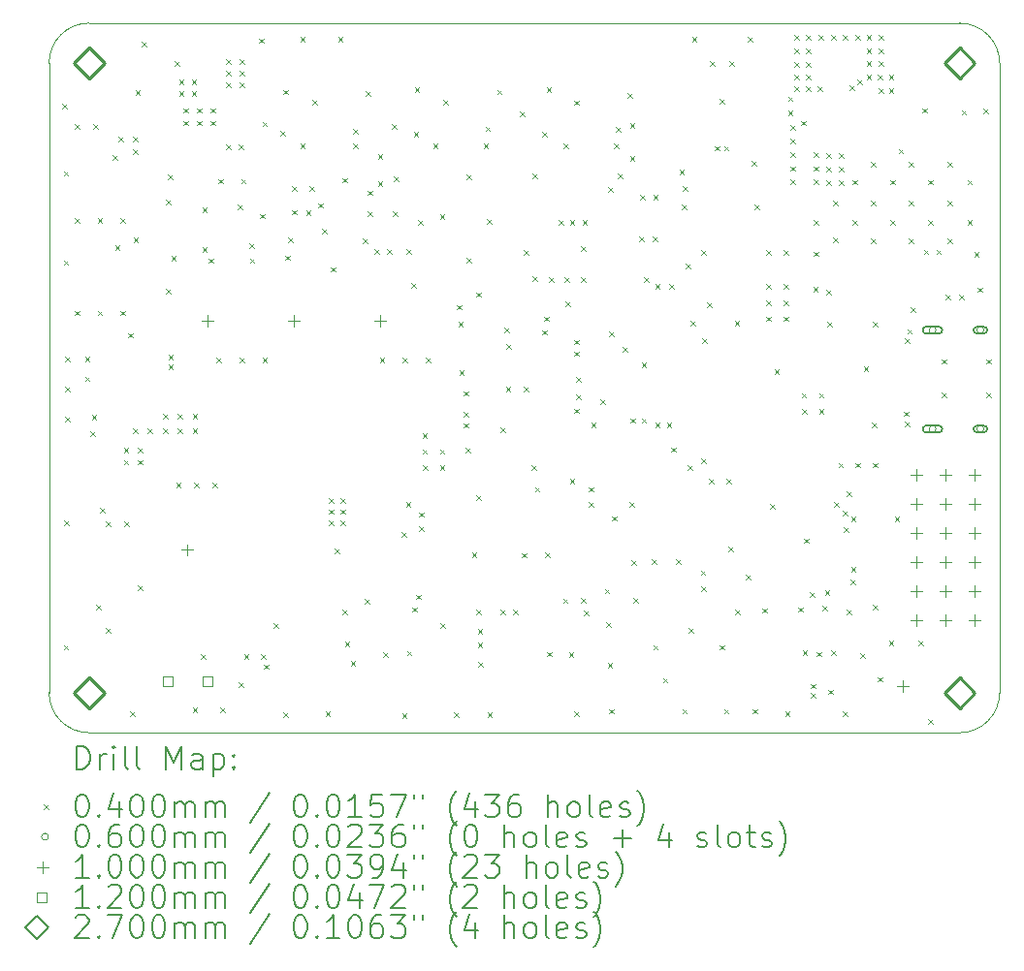
<source format=gbr>
%TF.GenerationSoftware,KiCad,Pcbnew,7.0.1*%
%TF.CreationDate,2023-07-10T14:28:22-04:00*%
%TF.ProjectId,FlightComputer,466c6967-6874-4436-9f6d-70757465722e,rev?*%
%TF.SameCoordinates,Original*%
%TF.FileFunction,Drillmap*%
%TF.FilePolarity,Positive*%
%FSLAX45Y45*%
G04 Gerber Fmt 4.5, Leading zero omitted, Abs format (unit mm)*
G04 Created by KiCad (PCBNEW 7.0.1) date 2023-07-10 14:28:22*
%MOMM*%
%LPD*%
G01*
G04 APERTURE LIST*
%ADD10C,0.100000*%
%ADD11C,0.200000*%
%ADD12C,0.040000*%
%ADD13C,0.060000*%
%ADD14C,0.120000*%
%ADD15C,0.270000*%
G04 APERTURE END LIST*
D10*
X5282000Y-5737000D02*
G75*
G03*
X4932000Y-6087000I0J-350000D01*
G01*
X13232000Y-6087000D02*
G75*
G03*
X12882000Y-5737000I-350000J0D01*
G01*
X5282000Y-5737000D02*
X12882000Y-5737000D01*
X4932000Y-11587000D02*
X4932000Y-6087000D01*
X12882000Y-11937000D02*
G75*
G03*
X13232000Y-11587000I0J350000D01*
G01*
X13232000Y-6087000D02*
X13232000Y-11587000D01*
X5282000Y-11937000D02*
X12882000Y-11937000D01*
X4932000Y-11587000D02*
G75*
G03*
X5282000Y-11937000I350000J0D01*
G01*
D11*
D12*
X5050000Y-6440000D02*
X5090000Y-6480000D01*
X5090000Y-6440000D02*
X5050000Y-6480000D01*
X5060000Y-7030000D02*
X5100000Y-7070000D01*
X5100000Y-7030000D02*
X5060000Y-7070000D01*
X5060000Y-7810000D02*
X5100000Y-7850000D01*
X5100000Y-7810000D02*
X5060000Y-7850000D01*
X5060000Y-11170000D02*
X5100000Y-11210000D01*
X5100000Y-11170000D02*
X5060000Y-11210000D01*
X5065000Y-10080000D02*
X5105000Y-10120000D01*
X5105000Y-10080000D02*
X5065000Y-10120000D01*
X5075000Y-8655000D02*
X5115000Y-8695000D01*
X5115000Y-8655000D02*
X5075000Y-8695000D01*
X5075000Y-8915000D02*
X5115000Y-8955000D01*
X5115000Y-8915000D02*
X5075000Y-8955000D01*
X5075000Y-9175000D02*
X5115000Y-9215000D01*
X5115000Y-9175000D02*
X5075000Y-9215000D01*
X5155000Y-6620000D02*
X5195000Y-6660000D01*
X5195000Y-6620000D02*
X5155000Y-6660000D01*
X5155000Y-7440000D02*
X5195000Y-7480000D01*
X5195000Y-7440000D02*
X5155000Y-7480000D01*
X5155000Y-8250000D02*
X5195000Y-8290000D01*
X5195000Y-8250000D02*
X5155000Y-8290000D01*
X5245000Y-8655000D02*
X5285000Y-8695000D01*
X5285000Y-8655000D02*
X5245000Y-8695000D01*
X5245000Y-8825000D02*
X5285000Y-8865000D01*
X5285000Y-8825000D02*
X5245000Y-8865000D01*
X5295000Y-9305000D02*
X5335000Y-9345000D01*
X5335000Y-9305000D02*
X5295000Y-9345000D01*
X5305000Y-9160000D02*
X5345000Y-9200000D01*
X5345000Y-9160000D02*
X5305000Y-9200000D01*
X5315000Y-6620000D02*
X5355000Y-6660000D01*
X5355000Y-6620000D02*
X5315000Y-6660000D01*
X5342500Y-10820000D02*
X5382500Y-10860000D01*
X5382500Y-10820000D02*
X5342500Y-10860000D01*
X5355000Y-7440000D02*
X5395000Y-7480000D01*
X5395000Y-7440000D02*
X5355000Y-7480000D01*
X5355000Y-8250000D02*
X5395000Y-8290000D01*
X5395000Y-8250000D02*
X5355000Y-8290000D01*
X5375000Y-9970000D02*
X5415000Y-10010000D01*
X5415000Y-9970000D02*
X5375000Y-10010000D01*
X5430000Y-10092500D02*
X5470000Y-10132500D01*
X5470000Y-10092500D02*
X5430000Y-10132500D01*
X5430000Y-11020000D02*
X5470000Y-11060000D01*
X5470000Y-11020000D02*
X5430000Y-11060000D01*
X5486250Y-6890000D02*
X5526250Y-6930000D01*
X5526250Y-6890000D02*
X5486250Y-6930000D01*
X5507500Y-7680000D02*
X5547500Y-7720000D01*
X5547500Y-7680000D02*
X5507500Y-7720000D01*
X5535000Y-6730000D02*
X5575000Y-6770000D01*
X5575000Y-6730000D02*
X5535000Y-6770000D01*
X5555000Y-7440000D02*
X5595000Y-7480000D01*
X5595000Y-7440000D02*
X5555000Y-7480000D01*
X5555000Y-8250000D02*
X5595000Y-8290000D01*
X5595000Y-8250000D02*
X5555000Y-8290000D01*
X5585000Y-9445000D02*
X5625000Y-9485000D01*
X5625000Y-9445000D02*
X5585000Y-9485000D01*
X5585000Y-9555000D02*
X5625000Y-9595000D01*
X5625000Y-9555000D02*
X5585000Y-9595000D01*
X5590000Y-10090000D02*
X5630000Y-10130000D01*
X5630000Y-10090000D02*
X5590000Y-10130000D01*
X5622313Y-8445000D02*
X5662313Y-8485000D01*
X5662313Y-8445000D02*
X5622313Y-8485000D01*
X5640000Y-11750000D02*
X5680000Y-11790000D01*
X5680000Y-11750000D02*
X5640000Y-11790000D01*
X5665000Y-6730000D02*
X5705000Y-6770000D01*
X5705000Y-6730000D02*
X5665000Y-6770000D01*
X5665000Y-6840000D02*
X5705000Y-6880000D01*
X5705000Y-6840000D02*
X5665000Y-6880000D01*
X5665000Y-9280000D02*
X5705000Y-9320000D01*
X5705000Y-9280000D02*
X5665000Y-9320000D01*
X5670000Y-7610000D02*
X5710000Y-7650000D01*
X5710000Y-7610000D02*
X5670000Y-7650000D01*
X5687190Y-6322500D02*
X5727190Y-6362500D01*
X5727190Y-6322500D02*
X5687190Y-6362500D01*
X5705000Y-9445000D02*
X5745000Y-9485000D01*
X5745000Y-9445000D02*
X5705000Y-9485000D01*
X5705000Y-9555000D02*
X5745000Y-9595000D01*
X5745000Y-9555000D02*
X5705000Y-9595000D01*
X5710000Y-10650000D02*
X5750000Y-10690000D01*
X5750000Y-10650000D02*
X5710000Y-10690000D01*
X5740000Y-5900000D02*
X5780000Y-5940000D01*
X5780000Y-5900000D02*
X5740000Y-5940000D01*
X5795000Y-9280000D02*
X5835000Y-9320000D01*
X5835000Y-9280000D02*
X5795000Y-9320000D01*
X5925000Y-9150000D02*
X5965000Y-9190000D01*
X5965000Y-9150000D02*
X5925000Y-9190000D01*
X5925000Y-9280000D02*
X5965000Y-9320000D01*
X5965000Y-9280000D02*
X5925000Y-9320000D01*
X5955000Y-7280000D02*
X5995000Y-7320000D01*
X5995000Y-7280000D02*
X5955000Y-7320000D01*
X5955000Y-8060000D02*
X5995000Y-8100000D01*
X5995000Y-8060000D02*
X5955000Y-8100000D01*
X5970000Y-7060000D02*
X6010000Y-7100000D01*
X6010000Y-7060000D02*
X5970000Y-7100000D01*
X5975000Y-8635000D02*
X6015000Y-8675000D01*
X6015000Y-8635000D02*
X5975000Y-8675000D01*
X5975000Y-8720050D02*
X6015000Y-8760050D01*
X6015000Y-8720050D02*
X5975000Y-8760050D01*
X6000000Y-7770000D02*
X6040000Y-7810000D01*
X6040000Y-7770000D02*
X6000000Y-7810000D01*
X6030000Y-6070000D02*
X6070000Y-6110000D01*
X6070000Y-6070000D02*
X6030000Y-6110000D01*
X6041300Y-9750000D02*
X6081300Y-9790000D01*
X6081300Y-9750000D02*
X6041300Y-9790000D01*
X6055000Y-9150000D02*
X6095000Y-9190000D01*
X6095000Y-9150000D02*
X6055000Y-9190000D01*
X6055000Y-9280000D02*
X6095000Y-9320000D01*
X6095000Y-9280000D02*
X6055000Y-9320000D01*
X6067190Y-6230000D02*
X6107190Y-6270000D01*
X6107190Y-6230000D02*
X6067190Y-6270000D01*
X6067190Y-6330000D02*
X6107190Y-6370000D01*
X6107190Y-6330000D02*
X6067190Y-6370000D01*
X6107190Y-6480000D02*
X6147190Y-6520000D01*
X6147190Y-6480000D02*
X6107190Y-6520000D01*
X6107190Y-6590000D02*
X6147190Y-6630000D01*
X6147190Y-6590000D02*
X6107190Y-6630000D01*
X6177190Y-6230000D02*
X6217190Y-6270000D01*
X6217190Y-6230000D02*
X6177190Y-6270000D01*
X6177190Y-6330000D02*
X6217190Y-6370000D01*
X6217190Y-6330000D02*
X6177190Y-6370000D01*
X6185000Y-9150000D02*
X6225000Y-9190000D01*
X6225000Y-9150000D02*
X6185000Y-9190000D01*
X6185000Y-9280000D02*
X6225000Y-9320000D01*
X6225000Y-9280000D02*
X6185000Y-9320000D01*
X6185000Y-11720000D02*
X6225000Y-11760000D01*
X6225000Y-11720000D02*
X6185000Y-11760000D01*
X6201300Y-9750000D02*
X6241300Y-9790000D01*
X6241300Y-9750000D02*
X6201300Y-9790000D01*
X6225000Y-6480000D02*
X6265000Y-6520000D01*
X6265000Y-6480000D02*
X6225000Y-6520000D01*
X6225000Y-6590000D02*
X6265000Y-6630000D01*
X6265000Y-6590000D02*
X6225000Y-6630000D01*
X6255000Y-11250000D02*
X6295000Y-11290000D01*
X6295000Y-11250000D02*
X6255000Y-11290000D01*
X6271000Y-7348750D02*
X6311000Y-7388750D01*
X6311000Y-7348750D02*
X6271000Y-7388750D01*
X6271000Y-7692500D02*
X6311000Y-7732500D01*
X6311000Y-7692500D02*
X6271000Y-7732500D01*
X6326500Y-7792500D02*
X6366500Y-7832500D01*
X6366500Y-7792500D02*
X6326500Y-7832500D01*
X6345000Y-6480000D02*
X6385000Y-6520000D01*
X6385000Y-6480000D02*
X6345000Y-6520000D01*
X6345000Y-6590000D02*
X6385000Y-6630000D01*
X6385000Y-6590000D02*
X6345000Y-6630000D01*
X6361300Y-9750000D02*
X6401300Y-9790000D01*
X6401300Y-9750000D02*
X6361300Y-9790000D01*
X6395000Y-8660000D02*
X6435000Y-8700000D01*
X6435000Y-8660000D02*
X6395000Y-8700000D01*
X6408750Y-7099500D02*
X6448750Y-7139500D01*
X6448750Y-7099500D02*
X6408750Y-7139500D01*
X6425000Y-11720000D02*
X6465000Y-11760000D01*
X6465000Y-11720000D02*
X6425000Y-11760000D01*
X6475000Y-6050000D02*
X6515000Y-6090000D01*
X6515000Y-6050000D02*
X6475000Y-6090000D01*
X6475000Y-6155000D02*
X6515000Y-6195000D01*
X6515000Y-6155000D02*
X6475000Y-6195000D01*
X6475000Y-6255000D02*
X6515000Y-6295000D01*
X6515000Y-6255000D02*
X6475000Y-6295000D01*
X6477190Y-6795000D02*
X6517190Y-6835000D01*
X6517190Y-6795000D02*
X6477190Y-6835000D01*
X6579750Y-7320950D02*
X6619750Y-7360950D01*
X6619750Y-7320950D02*
X6579750Y-7360950D01*
X6585000Y-11500000D02*
X6625000Y-11540000D01*
X6625000Y-11500000D02*
X6585000Y-11540000D01*
X6587190Y-6795000D02*
X6627190Y-6835000D01*
X6627190Y-6795000D02*
X6587190Y-6835000D01*
X6595000Y-6050000D02*
X6635000Y-6090000D01*
X6635000Y-6050000D02*
X6595000Y-6090000D01*
X6595000Y-6155000D02*
X6635000Y-6195000D01*
X6635000Y-6155000D02*
X6595000Y-6195000D01*
X6595000Y-6255000D02*
X6635000Y-6295000D01*
X6635000Y-6255000D02*
X6595000Y-6295000D01*
X6595000Y-8660000D02*
X6635000Y-8700000D01*
X6635000Y-8660000D02*
X6595000Y-8700000D01*
X6608750Y-7099500D02*
X6648750Y-7139500D01*
X6648750Y-7099500D02*
X6608750Y-7139500D01*
X6635000Y-11250000D02*
X6675000Y-11290000D01*
X6675000Y-11250000D02*
X6635000Y-11290000D01*
X6678800Y-7660000D02*
X6718800Y-7700000D01*
X6718800Y-7660000D02*
X6678800Y-7700000D01*
X6686000Y-7792500D02*
X6726000Y-7832500D01*
X6726000Y-7792500D02*
X6686000Y-7832500D01*
X6765000Y-5871000D02*
X6805000Y-5911000D01*
X6805000Y-5871000D02*
X6765000Y-5911000D01*
X6775000Y-7404250D02*
X6815000Y-7444250D01*
X6815000Y-7404250D02*
X6775000Y-7444250D01*
X6785000Y-11250000D02*
X6825000Y-11290000D01*
X6825000Y-11250000D02*
X6785000Y-11290000D01*
X6795000Y-6600000D02*
X6835000Y-6640000D01*
X6835000Y-6600000D02*
X6795000Y-6640000D01*
X6795000Y-8660000D02*
X6835000Y-8700000D01*
X6835000Y-8660000D02*
X6795000Y-8700000D01*
X6805000Y-11340000D02*
X6845000Y-11380000D01*
X6845000Y-11340000D02*
X6805000Y-11380000D01*
X6895000Y-10982500D02*
X6935000Y-11022500D01*
X6935000Y-10982500D02*
X6895000Y-11022500D01*
X6955000Y-6679000D02*
X6995000Y-6719000D01*
X6995000Y-6679000D02*
X6955000Y-6719000D01*
X6975000Y-6320000D02*
X7015000Y-6360000D01*
X7015000Y-6320000D02*
X6975000Y-6360000D01*
X6977500Y-11760000D02*
X7017500Y-11800000D01*
X7017500Y-11760000D02*
X6977500Y-11800000D01*
X6994500Y-7767294D02*
X7034500Y-7807294D01*
X7034500Y-7767294D02*
X6994500Y-7807294D01*
X7018750Y-7612500D02*
X7058750Y-7652500D01*
X7058750Y-7612500D02*
X7018750Y-7652500D01*
X7055000Y-7160000D02*
X7095000Y-7200000D01*
X7095000Y-7160000D02*
X7055000Y-7200000D01*
X7055000Y-7370000D02*
X7095000Y-7410000D01*
X7095000Y-7370000D02*
X7055000Y-7410000D01*
X7125000Y-5861000D02*
X7165000Y-5901000D01*
X7165000Y-5861000D02*
X7125000Y-5901000D01*
X7125000Y-6790000D02*
X7165000Y-6830000D01*
X7165000Y-6790000D02*
X7125000Y-6830000D01*
X7176265Y-7371265D02*
X7216265Y-7411265D01*
X7216265Y-7371265D02*
X7176265Y-7411265D01*
X7205000Y-7160000D02*
X7245000Y-7200000D01*
X7245000Y-7160000D02*
X7205000Y-7200000D01*
X7231250Y-6410000D02*
X7271250Y-6450000D01*
X7271250Y-6410000D02*
X7231250Y-6450000D01*
X7285000Y-7310000D02*
X7325000Y-7350000D01*
X7325000Y-7310000D02*
X7285000Y-7350000D01*
X7315000Y-7535000D02*
X7355000Y-7575000D01*
X7355000Y-7535000D02*
X7315000Y-7575000D01*
X7345000Y-11750000D02*
X7385000Y-11790000D01*
X7385000Y-11750000D02*
X7345000Y-11790000D01*
X7375000Y-9891000D02*
X7415000Y-9931000D01*
X7415000Y-9891000D02*
X7375000Y-9931000D01*
X7375000Y-9986000D02*
X7415000Y-10026000D01*
X7415000Y-9986000D02*
X7375000Y-10026000D01*
X7375000Y-10081000D02*
X7415000Y-10121000D01*
X7415000Y-10081000D02*
X7375000Y-10121000D01*
X7395000Y-7870000D02*
X7435000Y-7910000D01*
X7435000Y-7870000D02*
X7395000Y-7910000D01*
X7425000Y-10330000D02*
X7465000Y-10370000D01*
X7465000Y-10330000D02*
X7425000Y-10370000D01*
X7456000Y-5861000D02*
X7496000Y-5901000D01*
X7496000Y-5861000D02*
X7456000Y-5901000D01*
X7475000Y-9891000D02*
X7515000Y-9931000D01*
X7515000Y-9891000D02*
X7475000Y-9931000D01*
X7475000Y-9986000D02*
X7515000Y-10026000D01*
X7515000Y-9986000D02*
X7475000Y-10026000D01*
X7475000Y-10081000D02*
X7515000Y-10121000D01*
X7515000Y-10081000D02*
X7475000Y-10121000D01*
X7495000Y-7090000D02*
X7535000Y-7130000D01*
X7535000Y-7090000D02*
X7495000Y-7130000D01*
X7495000Y-10860000D02*
X7535000Y-10900000D01*
X7535000Y-10860000D02*
X7495000Y-10900000D01*
X7515000Y-11140000D02*
X7555000Y-11180000D01*
X7555000Y-11140000D02*
X7515000Y-11180000D01*
X7565000Y-11310000D02*
X7605000Y-11350000D01*
X7605000Y-11310000D02*
X7565000Y-11350000D01*
X7585000Y-6660000D02*
X7625000Y-6700000D01*
X7625000Y-6660000D02*
X7585000Y-6700000D01*
X7585000Y-6790000D02*
X7625000Y-6830000D01*
X7625000Y-6790000D02*
X7585000Y-6830000D01*
X7668750Y-7620000D02*
X7708750Y-7660000D01*
X7708750Y-7620000D02*
X7668750Y-7660000D01*
X7690000Y-10771000D02*
X7730000Y-10811000D01*
X7730000Y-10771000D02*
X7690000Y-10811000D01*
X7695000Y-6330000D02*
X7735000Y-6370000D01*
X7735000Y-6330000D02*
X7695000Y-6370000D01*
X7714750Y-7379500D02*
X7754750Y-7419500D01*
X7754750Y-7379500D02*
X7714750Y-7419500D01*
X7715000Y-7200000D02*
X7755000Y-7240000D01*
X7755000Y-7200000D02*
X7715000Y-7240000D01*
X7775000Y-7710000D02*
X7815000Y-7750000D01*
X7815000Y-7710000D02*
X7775000Y-7750000D01*
X7803500Y-6880000D02*
X7843500Y-6920000D01*
X7843500Y-6880000D02*
X7803500Y-6920000D01*
X7803500Y-7120000D02*
X7843500Y-7160000D01*
X7843500Y-7120000D02*
X7803500Y-7160000D01*
X7820000Y-8660000D02*
X7860000Y-8700000D01*
X7860000Y-8660000D02*
X7820000Y-8700000D01*
X7847500Y-11237500D02*
X7887500Y-11277500D01*
X7887500Y-11237500D02*
X7847500Y-11277500D01*
X7885000Y-7710000D02*
X7925000Y-7750000D01*
X7925000Y-7710000D02*
X7885000Y-7750000D01*
X7925000Y-6620000D02*
X7965000Y-6660000D01*
X7965000Y-6620000D02*
X7925000Y-6660000D01*
X7934750Y-7380000D02*
X7974750Y-7420000D01*
X7974750Y-7380000D02*
X7934750Y-7420000D01*
X7945000Y-7080000D02*
X7985000Y-7120000D01*
X7985000Y-7080000D02*
X7945000Y-7120000D01*
X8011988Y-10186999D02*
X8051988Y-10226999D01*
X8051988Y-10186999D02*
X8011988Y-10226999D01*
X8015000Y-11770000D02*
X8055000Y-11810000D01*
X8055000Y-11770000D02*
X8015000Y-11810000D01*
X8020000Y-8660000D02*
X8060000Y-8700000D01*
X8060000Y-8660000D02*
X8020000Y-8700000D01*
X8049488Y-9921000D02*
X8089488Y-9961000D01*
X8089488Y-9921000D02*
X8049488Y-9961000D01*
X8051500Y-7709750D02*
X8091500Y-7749750D01*
X8091500Y-7709750D02*
X8051500Y-7749750D01*
X8056250Y-11221250D02*
X8096250Y-11261250D01*
X8096250Y-11221250D02*
X8056250Y-11261250D01*
X8095000Y-8010000D02*
X8135000Y-8050000D01*
X8135000Y-8010000D02*
X8095000Y-8050000D01*
X8105000Y-10840000D02*
X8145000Y-10880000D01*
X8145000Y-10840000D02*
X8105000Y-10880000D01*
X8115000Y-6687500D02*
X8155000Y-6727500D01*
X8155000Y-6687500D02*
X8115000Y-6727500D01*
X8125000Y-6300000D02*
X8165000Y-6340000D01*
X8165000Y-6300000D02*
X8125000Y-6340000D01*
X8135000Y-10730000D02*
X8175000Y-10770000D01*
X8175000Y-10730000D02*
X8135000Y-10770000D01*
X8156500Y-7458000D02*
X8196500Y-7498000D01*
X8196500Y-7458000D02*
X8156500Y-7498000D01*
X8164488Y-10011000D02*
X8204488Y-10051000D01*
X8204488Y-10011000D02*
X8164488Y-10051000D01*
X8164488Y-10131000D02*
X8204488Y-10171000D01*
X8204488Y-10131000D02*
X8164488Y-10171000D01*
X8193188Y-9320000D02*
X8233188Y-9360000D01*
X8233188Y-9320000D02*
X8193188Y-9360000D01*
X8193188Y-9460000D02*
X8233188Y-9500000D01*
X8233188Y-9460000D02*
X8193188Y-9500000D01*
X8195000Y-9600000D02*
X8235000Y-9640000D01*
X8235000Y-9600000D02*
X8195000Y-9640000D01*
X8220000Y-8660000D02*
X8260000Y-8700000D01*
X8260000Y-8660000D02*
X8220000Y-8700000D01*
X8285000Y-6790000D02*
X8325000Y-6830000D01*
X8325000Y-6790000D02*
X8285000Y-6830000D01*
X8345000Y-7410000D02*
X8385000Y-7450000D01*
X8385000Y-7410000D02*
X8345000Y-7450000D01*
X8345000Y-9460000D02*
X8385000Y-9500000D01*
X8385000Y-9460000D02*
X8345000Y-9500000D01*
X8345000Y-9600000D02*
X8385000Y-9640000D01*
X8385000Y-9600000D02*
X8345000Y-9640000D01*
X8351875Y-10978125D02*
X8391875Y-11018125D01*
X8391875Y-10978125D02*
X8351875Y-11018125D01*
X8375000Y-6410000D02*
X8415000Y-6450000D01*
X8415000Y-6410000D02*
X8375000Y-6450000D01*
X8465000Y-11760000D02*
X8505000Y-11800000D01*
X8505000Y-11760000D02*
X8465000Y-11800000D01*
X8495000Y-8200000D02*
X8535000Y-8240000D01*
X8535000Y-8200000D02*
X8495000Y-8240000D01*
X8505000Y-8350000D02*
X8545000Y-8390000D01*
X8545000Y-8350000D02*
X8505000Y-8390000D01*
X8515000Y-8770000D02*
X8555000Y-8810000D01*
X8555000Y-8770000D02*
X8515000Y-8810000D01*
X8550000Y-9233000D02*
X8590000Y-9273000D01*
X8590000Y-9233000D02*
X8550000Y-9273000D01*
X8551250Y-9133000D02*
X8591250Y-9173000D01*
X8591250Y-9133000D02*
X8551250Y-9173000D01*
X8555000Y-8953000D02*
X8595000Y-8993000D01*
X8595000Y-8953000D02*
X8555000Y-8993000D01*
X8570000Y-9445000D02*
X8610000Y-9485000D01*
X8610000Y-9445000D02*
X8570000Y-9485000D01*
X8580000Y-7060000D02*
X8620000Y-7100000D01*
X8620000Y-7060000D02*
X8580000Y-7100000D01*
X8580000Y-7790000D02*
X8620000Y-7830000D01*
X8620000Y-7790000D02*
X8580000Y-7830000D01*
X8625000Y-10360000D02*
X8665000Y-10400000D01*
X8665000Y-10360000D02*
X8625000Y-10400000D01*
X8660000Y-10860000D02*
X8700000Y-10900000D01*
X8700000Y-10860000D02*
X8660000Y-10900000D01*
X8665000Y-8090000D02*
X8705000Y-8130000D01*
X8705000Y-8090000D02*
X8665000Y-8130000D01*
X8665000Y-9860000D02*
X8705000Y-9900000D01*
X8705000Y-9860000D02*
X8665000Y-9900000D01*
X8675000Y-11030000D02*
X8715000Y-11070000D01*
X8715000Y-11030000D02*
X8675000Y-11070000D01*
X8675000Y-11150000D02*
X8715000Y-11190000D01*
X8715000Y-11150000D02*
X8675000Y-11190000D01*
X8680000Y-11320000D02*
X8720000Y-11360000D01*
X8720000Y-11320000D02*
X8680000Y-11360000D01*
X8725000Y-6790000D02*
X8765000Y-6830000D01*
X8765000Y-6790000D02*
X8725000Y-6830000D01*
X8743031Y-6641853D02*
X8783031Y-6681853D01*
X8783031Y-6641853D02*
X8743031Y-6681853D01*
X8755000Y-7450000D02*
X8795000Y-7490000D01*
X8795000Y-7450000D02*
X8755000Y-7490000D01*
X8760000Y-11760000D02*
X8800000Y-11800000D01*
X8800000Y-11760000D02*
X8760000Y-11800000D01*
X8845000Y-6320000D02*
X8885000Y-6360000D01*
X8885000Y-6320000D02*
X8845000Y-6360000D01*
X8875000Y-9270000D02*
X8915000Y-9310000D01*
X8915000Y-9270000D02*
X8875000Y-9310000D01*
X8875000Y-10860000D02*
X8915000Y-10900000D01*
X8915000Y-10860000D02*
X8875000Y-10900000D01*
X8905000Y-8400000D02*
X8945000Y-8440000D01*
X8945000Y-8400000D02*
X8905000Y-8440000D01*
X8920000Y-8913000D02*
X8960000Y-8953000D01*
X8960000Y-8913000D02*
X8920000Y-8953000D01*
X8925000Y-8545000D02*
X8965000Y-8585000D01*
X8965000Y-8545000D02*
X8925000Y-8585000D01*
X8985000Y-10860000D02*
X9025000Y-10900000D01*
X9025000Y-10860000D02*
X8985000Y-10900000D01*
X9045000Y-6510000D02*
X9085000Y-6550000D01*
X9085000Y-6510000D02*
X9045000Y-6550000D01*
X9060000Y-10366875D02*
X9100000Y-10406875D01*
X9100000Y-10366875D02*
X9060000Y-10406875D01*
X9080000Y-7722500D02*
X9120000Y-7762500D01*
X9120000Y-7722500D02*
X9080000Y-7762500D01*
X9080000Y-8913000D02*
X9120000Y-8953000D01*
X9120000Y-8913000D02*
X9080000Y-8953000D01*
X9145000Y-9600000D02*
X9185000Y-9640000D01*
X9185000Y-9600000D02*
X9145000Y-9640000D01*
X9155000Y-7050000D02*
X9195000Y-7090000D01*
X9195000Y-7050000D02*
X9155000Y-7090000D01*
X9155000Y-7950000D02*
X9195000Y-7990000D01*
X9195000Y-7950000D02*
X9155000Y-7990000D01*
X9175000Y-9790000D02*
X9215000Y-9830000D01*
X9215000Y-9790000D02*
X9175000Y-9830000D01*
X9235000Y-8420000D02*
X9275000Y-8460000D01*
X9275000Y-8420000D02*
X9235000Y-8460000D01*
X9240000Y-6688750D02*
X9280000Y-6728750D01*
X9280000Y-6688750D02*
X9240000Y-6728750D01*
X9255000Y-8300000D02*
X9295000Y-8340000D01*
X9295000Y-8300000D02*
X9255000Y-8340000D01*
X9265000Y-10365000D02*
X9305000Y-10405000D01*
X9305000Y-10365000D02*
X9265000Y-10405000D01*
X9275000Y-6300000D02*
X9315000Y-6340000D01*
X9315000Y-6300000D02*
X9275000Y-6340000D01*
X9280000Y-11230000D02*
X9320000Y-11270000D01*
X9320000Y-11230000D02*
X9280000Y-11270000D01*
X9295000Y-7960000D02*
X9335000Y-8000000D01*
X9335000Y-7960000D02*
X9295000Y-8000000D01*
X9380000Y-7460000D02*
X9420000Y-7500000D01*
X9420000Y-7460000D02*
X9380000Y-7500000D01*
X9420000Y-10765000D02*
X9460000Y-10805000D01*
X9460000Y-10765000D02*
X9420000Y-10805000D01*
X9425000Y-6790000D02*
X9465000Y-6830000D01*
X9465000Y-6790000D02*
X9425000Y-6830000D01*
X9435000Y-7960000D02*
X9475000Y-8000000D01*
X9475000Y-7960000D02*
X9435000Y-8000000D01*
X9440000Y-8170000D02*
X9480000Y-8210000D01*
X9480000Y-8170000D02*
X9440000Y-8210000D01*
X9470000Y-11233750D02*
X9510000Y-11273750D01*
X9510000Y-11233750D02*
X9470000Y-11273750D01*
X9479950Y-9720000D02*
X9519950Y-9760000D01*
X9519950Y-9720000D02*
X9479950Y-9760000D01*
X9480000Y-7460000D02*
X9520000Y-7500000D01*
X9520000Y-7460000D02*
X9480000Y-7500000D01*
X9515000Y-8505000D02*
X9555000Y-8545000D01*
X9555000Y-8505000D02*
X9515000Y-8545000D01*
X9515000Y-8604950D02*
X9555000Y-8644950D01*
X9555000Y-8604950D02*
X9515000Y-8644950D01*
X9515000Y-9105000D02*
X9555000Y-9145000D01*
X9555000Y-9105000D02*
X9515000Y-9145000D01*
X9515000Y-11750000D02*
X9555000Y-11790000D01*
X9555000Y-11750000D02*
X9515000Y-11790000D01*
X9516250Y-6413750D02*
X9556250Y-6453750D01*
X9556250Y-6413750D02*
X9516250Y-6453750D01*
X9535000Y-8829950D02*
X9575000Y-8869950D01*
X9575000Y-8829950D02*
X9535000Y-8869950D01*
X9535000Y-8979950D02*
X9575000Y-9019950D01*
X9575000Y-8979950D02*
X9535000Y-9019950D01*
X9575000Y-7690000D02*
X9615000Y-7730000D01*
X9615000Y-7690000D02*
X9575000Y-7730000D01*
X9575000Y-7960000D02*
X9615000Y-8000000D01*
X9615000Y-7960000D02*
X9575000Y-8000000D01*
X9577500Y-10757500D02*
X9617500Y-10797500D01*
X9617500Y-10757500D02*
X9577500Y-10797500D01*
X9590000Y-7460000D02*
X9630000Y-7500000D01*
X9630000Y-7460000D02*
X9590000Y-7500000D01*
X9600000Y-10870000D02*
X9640000Y-10910000D01*
X9640000Y-10870000D02*
X9600000Y-10910000D01*
X9645000Y-9790000D02*
X9685000Y-9830000D01*
X9685000Y-9790000D02*
X9645000Y-9830000D01*
X9645000Y-9920000D02*
X9685000Y-9960000D01*
X9685000Y-9920000D02*
X9645000Y-9960000D01*
X9665000Y-9230000D02*
X9705000Y-9270000D01*
X9705000Y-9230000D02*
X9665000Y-9270000D01*
X9745000Y-9024950D02*
X9785000Y-9064950D01*
X9785000Y-9024950D02*
X9745000Y-9064950D01*
X9785000Y-10680000D02*
X9825000Y-10720000D01*
X9825000Y-10680000D02*
X9785000Y-10720000D01*
X9795000Y-10972500D02*
X9835000Y-11012500D01*
X9835000Y-10972500D02*
X9795000Y-11012500D01*
X9810000Y-11330000D02*
X9850000Y-11370000D01*
X9850000Y-11330000D02*
X9810000Y-11370000D01*
X9815000Y-7170000D02*
X9855000Y-7210000D01*
X9855000Y-7170000D02*
X9815000Y-7210000D01*
X9825000Y-8430000D02*
X9865000Y-8470000D01*
X9865000Y-8430000D02*
X9825000Y-8470000D01*
X9825000Y-11730000D02*
X9865000Y-11770000D01*
X9865000Y-11730000D02*
X9825000Y-11770000D01*
X9845000Y-10045498D02*
X9885000Y-10085498D01*
X9885000Y-10045498D02*
X9845000Y-10085498D01*
X9865000Y-6790000D02*
X9905000Y-6830000D01*
X9905000Y-6790000D02*
X9865000Y-6830000D01*
X9880000Y-6645000D02*
X9920000Y-6685000D01*
X9920000Y-6645000D02*
X9880000Y-6685000D01*
X9899249Y-7054249D02*
X9939249Y-7094249D01*
X9939249Y-7054249D02*
X9899249Y-7094249D01*
X9940000Y-8565000D02*
X9980000Y-8605000D01*
X9980000Y-8565000D02*
X9940000Y-8605000D01*
X9985000Y-6350000D02*
X10025000Y-6390000D01*
X10025000Y-6350000D02*
X9985000Y-6390000D01*
X9999791Y-9919791D02*
X10039791Y-9959791D01*
X10039791Y-9919791D02*
X9999791Y-9959791D01*
X10005000Y-6610000D02*
X10045000Y-6650000D01*
X10045000Y-6610000D02*
X10005000Y-6650000D01*
X10005000Y-6900000D02*
X10045000Y-6940000D01*
X10045000Y-6900000D02*
X10005000Y-6940000D01*
X10005822Y-9190000D02*
X10045822Y-9230000D01*
X10045822Y-9190000D02*
X10005822Y-9230000D01*
X10015000Y-10430000D02*
X10055000Y-10470000D01*
X10055000Y-10430000D02*
X10015000Y-10470000D01*
X10035000Y-10760000D02*
X10075000Y-10800000D01*
X10075000Y-10760000D02*
X10035000Y-10800000D01*
X10085000Y-7600000D02*
X10125000Y-7640000D01*
X10125000Y-7600000D02*
X10085000Y-7640000D01*
X10095000Y-7240000D02*
X10135000Y-7280000D01*
X10135000Y-7240000D02*
X10095000Y-7280000D01*
X10105000Y-8705000D02*
X10145000Y-8745000D01*
X10145000Y-8705000D02*
X10105000Y-8745000D01*
X10105772Y-9190000D02*
X10145772Y-9230000D01*
X10145772Y-9190000D02*
X10105772Y-9230000D01*
X10125000Y-7960000D02*
X10165000Y-8000000D01*
X10165000Y-7960000D02*
X10125000Y-8000000D01*
X10197500Y-10420000D02*
X10237500Y-10460000D01*
X10237500Y-10420000D02*
X10197500Y-10460000D01*
X10205000Y-7600000D02*
X10245000Y-7640000D01*
X10245000Y-7600000D02*
X10205000Y-7640000D01*
X10206500Y-11170000D02*
X10246500Y-11210000D01*
X10246500Y-11170000D02*
X10206500Y-11210000D01*
X10207000Y-7240000D02*
X10247000Y-7280000D01*
X10247000Y-7240000D02*
X10207000Y-7280000D01*
X10225000Y-8015000D02*
X10265000Y-8055000D01*
X10265000Y-8015000D02*
X10225000Y-8055000D01*
X10225000Y-9230000D02*
X10265000Y-9270000D01*
X10265000Y-9230000D02*
X10225000Y-9270000D01*
X10291500Y-11460000D02*
X10331500Y-11500000D01*
X10331500Y-11460000D02*
X10291500Y-11500000D01*
X10325000Y-9230000D02*
X10365000Y-9270000D01*
X10365000Y-9230000D02*
X10325000Y-9270000D01*
X10345000Y-8020000D02*
X10385000Y-8060000D01*
X10385000Y-8020000D02*
X10345000Y-8060000D01*
X10365000Y-9443000D02*
X10405000Y-9483000D01*
X10405000Y-9443000D02*
X10365000Y-9483000D01*
X10405000Y-10420000D02*
X10445000Y-10460000D01*
X10445000Y-10420000D02*
X10405000Y-10460000D01*
X10435000Y-7020000D02*
X10475000Y-7060000D01*
X10475000Y-7020000D02*
X10435000Y-7060000D01*
X10455000Y-7320000D02*
X10495000Y-7360000D01*
X10495000Y-7320000D02*
X10455000Y-7360000D01*
X10461500Y-11730000D02*
X10501500Y-11770000D01*
X10501500Y-11730000D02*
X10461500Y-11770000D01*
X10465000Y-7160000D02*
X10505000Y-7200000D01*
X10505000Y-7160000D02*
X10465000Y-7200000D01*
X10493251Y-7840000D02*
X10533251Y-7880000D01*
X10533251Y-7840000D02*
X10493251Y-7880000D01*
X10510751Y-9600000D02*
X10550751Y-9640000D01*
X10550751Y-9600000D02*
X10510751Y-9640000D01*
X10516500Y-11020000D02*
X10556500Y-11060000D01*
X10556500Y-11020000D02*
X10516500Y-11060000D01*
X10535000Y-8340000D02*
X10575000Y-8380000D01*
X10575000Y-8340000D02*
X10535000Y-8380000D01*
X10545000Y-5860000D02*
X10585000Y-5900000D01*
X10585000Y-5860000D02*
X10545000Y-5900000D01*
X10623188Y-10520000D02*
X10663188Y-10560000D01*
X10663188Y-10520000D02*
X10623188Y-10560000D01*
X10625000Y-7720000D02*
X10665000Y-7760000D01*
X10665000Y-7720000D02*
X10625000Y-7760000D01*
X10625000Y-9544250D02*
X10665000Y-9584250D01*
X10665000Y-9544250D02*
X10625000Y-9584250D01*
X10625000Y-10660000D02*
X10665000Y-10700000D01*
X10665000Y-10660000D02*
X10625000Y-10700000D01*
X10635000Y-8490000D02*
X10675000Y-8530000D01*
X10675000Y-8490000D02*
X10635000Y-8530000D01*
X10675000Y-8180000D02*
X10715000Y-8220000D01*
X10715000Y-8180000D02*
X10675000Y-8220000D01*
X10695000Y-9720000D02*
X10735000Y-9760000D01*
X10735000Y-9720000D02*
X10695000Y-9760000D01*
X10705000Y-6070000D02*
X10745000Y-6110000D01*
X10745000Y-6070000D02*
X10705000Y-6110000D01*
X10745000Y-6810000D02*
X10785000Y-6850000D01*
X10785000Y-6810000D02*
X10745000Y-6850000D01*
X10785711Y-6400000D02*
X10825711Y-6440000D01*
X10825711Y-6400000D02*
X10785711Y-6440000D01*
X10786500Y-11170000D02*
X10826500Y-11210000D01*
X10826500Y-11170000D02*
X10786500Y-11210000D01*
X10825000Y-6810000D02*
X10865000Y-6850000D01*
X10865000Y-6810000D02*
X10825000Y-6850000D01*
X10825000Y-11728962D02*
X10865000Y-11768962D01*
X10865000Y-11728962D02*
X10825000Y-11768962D01*
X10845000Y-9720000D02*
X10885000Y-9760000D01*
X10885000Y-9720000D02*
X10845000Y-9760000D01*
X10865000Y-10310000D02*
X10905000Y-10350000D01*
X10905000Y-10310000D02*
X10865000Y-10350000D01*
X10875000Y-6070000D02*
X10915000Y-6110000D01*
X10915000Y-6070000D02*
X10875000Y-6110000D01*
X10918251Y-8340000D02*
X10958251Y-8380000D01*
X10958251Y-8340000D02*
X10918251Y-8380000D01*
X10925000Y-10860000D02*
X10965000Y-10900000D01*
X10965000Y-10860000D02*
X10925000Y-10900000D01*
X11015000Y-10560000D02*
X11055000Y-10600000D01*
X11055000Y-10560000D02*
X11015000Y-10600000D01*
X11035000Y-5860000D02*
X11075000Y-5900000D01*
X11075000Y-5860000D02*
X11035000Y-5900000D01*
X11065000Y-6940000D02*
X11105000Y-6980000D01*
X11105000Y-6940000D02*
X11065000Y-6980000D01*
X11075000Y-11728962D02*
X11115000Y-11768962D01*
X11115000Y-11728962D02*
X11075000Y-11768962D01*
X11095000Y-7320000D02*
X11135000Y-7360000D01*
X11135000Y-7320000D02*
X11095000Y-7360000D01*
X11157500Y-10850000D02*
X11197500Y-10890000D01*
X11197500Y-10850000D02*
X11157500Y-10890000D01*
X11193188Y-7720000D02*
X11233188Y-7760000D01*
X11233188Y-7720000D02*
X11193188Y-7760000D01*
X11193188Y-8020000D02*
X11233188Y-8060000D01*
X11233188Y-8020000D02*
X11193188Y-8060000D01*
X11195000Y-8160000D02*
X11235000Y-8200000D01*
X11235000Y-8160000D02*
X11195000Y-8200000D01*
X11195000Y-8300000D02*
X11235000Y-8340000D01*
X11235000Y-8300000D02*
X11195000Y-8340000D01*
X11225000Y-9940000D02*
X11265000Y-9980000D01*
X11265000Y-9940000D02*
X11225000Y-9980000D01*
X11265000Y-8760000D02*
X11305000Y-8800000D01*
X11305000Y-8760000D02*
X11265000Y-8800000D01*
X11345000Y-7720000D02*
X11385000Y-7760000D01*
X11385000Y-7720000D02*
X11345000Y-7760000D01*
X11345000Y-8020000D02*
X11385000Y-8060000D01*
X11385000Y-8020000D02*
X11345000Y-8060000D01*
X11345000Y-8160000D02*
X11385000Y-8200000D01*
X11385000Y-8160000D02*
X11345000Y-8200000D01*
X11345000Y-8300000D02*
X11385000Y-8340000D01*
X11385000Y-8300000D02*
X11345000Y-8340000D01*
X11360000Y-11750000D02*
X11400000Y-11790000D01*
X11400000Y-11750000D02*
X11360000Y-11790000D01*
X11385000Y-6380000D02*
X11425000Y-6420000D01*
X11425000Y-6380000D02*
X11385000Y-6420000D01*
X11385000Y-6500000D02*
X11425000Y-6540000D01*
X11425000Y-6500000D02*
X11385000Y-6540000D01*
X11405000Y-6630000D02*
X11445000Y-6670000D01*
X11445000Y-6630000D02*
X11405000Y-6670000D01*
X11405000Y-6747500D02*
X11445000Y-6787500D01*
X11445000Y-6747500D02*
X11405000Y-6787500D01*
X11405000Y-6867500D02*
X11445000Y-6907500D01*
X11445000Y-6867500D02*
X11405000Y-6907500D01*
X11405000Y-6987500D02*
X11445000Y-7027500D01*
X11445000Y-6987500D02*
X11405000Y-7027500D01*
X11405000Y-7100000D02*
X11445000Y-7140000D01*
X11445000Y-7100000D02*
X11405000Y-7140000D01*
X11440000Y-5842500D02*
X11480000Y-5882500D01*
X11480000Y-5842500D02*
X11440000Y-5882500D01*
X11440000Y-5960000D02*
X11480000Y-6000000D01*
X11480000Y-5960000D02*
X11440000Y-6000000D01*
X11440000Y-6080000D02*
X11480000Y-6120000D01*
X11480000Y-6080000D02*
X11440000Y-6120000D01*
X11440000Y-6190000D02*
X11480000Y-6230000D01*
X11480000Y-6190000D02*
X11440000Y-6230000D01*
X11440000Y-6290000D02*
X11480000Y-6330000D01*
X11480000Y-6290000D02*
X11440000Y-6330000D01*
X11475000Y-10840000D02*
X11515000Y-10880000D01*
X11515000Y-10840000D02*
X11475000Y-10880000D01*
X11500000Y-6590000D02*
X11540000Y-6630000D01*
X11540000Y-6590000D02*
X11500000Y-6630000D01*
X11503188Y-8970000D02*
X11543188Y-9010000D01*
X11543188Y-8970000D02*
X11503188Y-9010000D01*
X11505000Y-9110000D02*
X11545000Y-9150000D01*
X11545000Y-9110000D02*
X11505000Y-9150000D01*
X11511250Y-11220000D02*
X11551250Y-11260000D01*
X11551250Y-11220000D02*
X11511250Y-11260000D01*
X11525000Y-10240000D02*
X11565000Y-10280000D01*
X11565000Y-10240000D02*
X11525000Y-10280000D01*
X11540000Y-5842500D02*
X11580000Y-5882500D01*
X11580000Y-5842500D02*
X11540000Y-5882500D01*
X11540000Y-5957500D02*
X11580000Y-5997500D01*
X11580000Y-5957500D02*
X11540000Y-5997500D01*
X11540000Y-6077500D02*
X11580000Y-6117500D01*
X11580000Y-6077500D02*
X11540000Y-6117500D01*
X11540000Y-6190000D02*
X11580000Y-6230000D01*
X11580000Y-6190000D02*
X11540000Y-6230000D01*
X11540000Y-6290000D02*
X11580000Y-6330000D01*
X11580000Y-6290000D02*
X11540000Y-6330000D01*
X11575000Y-10710000D02*
X11615000Y-10750000D01*
X11615000Y-10710000D02*
X11575000Y-10750000D01*
X11585000Y-11510000D02*
X11625000Y-11550000D01*
X11625000Y-11510000D02*
X11585000Y-11550000D01*
X11585000Y-11590000D02*
X11625000Y-11630000D01*
X11625000Y-11590000D02*
X11585000Y-11630000D01*
X11605000Y-8040000D02*
X11645000Y-8080000D01*
X11645000Y-8040000D02*
X11605000Y-8080000D01*
X11610000Y-6867500D02*
X11650000Y-6907500D01*
X11650000Y-6867500D02*
X11610000Y-6907500D01*
X11610000Y-7457500D02*
X11650000Y-7497500D01*
X11650000Y-7457500D02*
X11610000Y-7497500D01*
X11610000Y-7732500D02*
X11650000Y-7772500D01*
X11650000Y-7732500D02*
X11610000Y-7772500D01*
X11610250Y-6987500D02*
X11650250Y-7027500D01*
X11650250Y-6987500D02*
X11610250Y-7027500D01*
X11610250Y-7105000D02*
X11650250Y-7145000D01*
X11650250Y-7105000D02*
X11610250Y-7145000D01*
X11635000Y-11230000D02*
X11675000Y-11270000D01*
X11675000Y-11230000D02*
X11635000Y-11270000D01*
X11640000Y-6290000D02*
X11680000Y-6330000D01*
X11680000Y-6290000D02*
X11640000Y-6330000D01*
X11650000Y-5842500D02*
X11690000Y-5882500D01*
X11690000Y-5842500D02*
X11650000Y-5882500D01*
X11655000Y-8970000D02*
X11695000Y-9010000D01*
X11695000Y-8970000D02*
X11655000Y-9010000D01*
X11655000Y-9110000D02*
X11695000Y-9150000D01*
X11695000Y-9110000D02*
X11655000Y-9150000D01*
X11683550Y-10830000D02*
X11723550Y-10870000D01*
X11723550Y-10830000D02*
X11683550Y-10870000D01*
X11705000Y-10690000D02*
X11745000Y-10730000D01*
X11745000Y-10690000D02*
X11705000Y-10730000D01*
X11720000Y-6872500D02*
X11760000Y-6912500D01*
X11760000Y-6872500D02*
X11720000Y-6912500D01*
X11720000Y-8067500D02*
X11760000Y-8107500D01*
X11760000Y-8067500D02*
X11720000Y-8107500D01*
X11720250Y-6992500D02*
X11760250Y-7032500D01*
X11760250Y-6992500D02*
X11720250Y-7032500D01*
X11720250Y-7110000D02*
X11760250Y-7150000D01*
X11760250Y-7110000D02*
X11720250Y-7150000D01*
X11725000Y-8350000D02*
X11765000Y-8390000D01*
X11765000Y-8350000D02*
X11725000Y-8390000D01*
X11735000Y-11560000D02*
X11775000Y-11600000D01*
X11775000Y-11560000D02*
X11735000Y-11600000D01*
X11758500Y-11220000D02*
X11798500Y-11260000D01*
X11798500Y-11220000D02*
X11758500Y-11260000D01*
X11760000Y-5840000D02*
X11800000Y-5880000D01*
X11800000Y-5840000D02*
X11760000Y-5880000D01*
X11780000Y-7290000D02*
X11820000Y-7330000D01*
X11820000Y-7290000D02*
X11780000Y-7330000D01*
X11780000Y-7610000D02*
X11820000Y-7650000D01*
X11820000Y-7610000D02*
X11780000Y-7650000D01*
X11788500Y-9920000D02*
X11828500Y-9960000D01*
X11828500Y-9920000D02*
X11788500Y-9960000D01*
X11825000Y-9580000D02*
X11865000Y-9620000D01*
X11865000Y-9580000D02*
X11825000Y-9620000D01*
X11830000Y-6872500D02*
X11870000Y-6912500D01*
X11870000Y-6872500D02*
X11830000Y-6912500D01*
X11830250Y-6992500D02*
X11870250Y-7032500D01*
X11870250Y-6992500D02*
X11830250Y-7032500D01*
X11830250Y-7110000D02*
X11870250Y-7150000D01*
X11870250Y-7110000D02*
X11830250Y-7150000D01*
X11860000Y-5840000D02*
X11900000Y-5880000D01*
X11900000Y-5840000D02*
X11860000Y-5880000D01*
X11865000Y-10000000D02*
X11905000Y-10040000D01*
X11905000Y-10000000D02*
X11865000Y-10040000D01*
X11865000Y-11750000D02*
X11905000Y-11790000D01*
X11905000Y-11750000D02*
X11865000Y-11790000D01*
X11871750Y-10143250D02*
X11911750Y-10183250D01*
X11911750Y-10143250D02*
X11871750Y-10183250D01*
X11895000Y-9830000D02*
X11935000Y-9870000D01*
X11935000Y-9830000D02*
X11895000Y-9870000D01*
X11895000Y-10860000D02*
X11935000Y-10900000D01*
X11935000Y-10860000D02*
X11895000Y-10900000D01*
X11920000Y-6280000D02*
X11960000Y-6320000D01*
X11960000Y-6280000D02*
X11920000Y-6320000D01*
X11928708Y-10600000D02*
X11968708Y-10640000D01*
X11968708Y-10600000D02*
X11928708Y-10640000D01*
X11934571Y-10488551D02*
X11974571Y-10528551D01*
X11974571Y-10488551D02*
X11934571Y-10528551D01*
X11935000Y-10047500D02*
X11975000Y-10087500D01*
X11975000Y-10047500D02*
X11935000Y-10087500D01*
X11950000Y-7107500D02*
X11990000Y-7147500D01*
X11990000Y-7107500D02*
X11950000Y-7147500D01*
X11950000Y-7457500D02*
X11990000Y-7497500D01*
X11990000Y-7457500D02*
X11950000Y-7497500D01*
X11970000Y-5840000D02*
X12010000Y-5880000D01*
X12010000Y-5840000D02*
X11970000Y-5880000D01*
X11975000Y-9580000D02*
X12015000Y-9620000D01*
X12015000Y-9580000D02*
X11975000Y-9620000D01*
X11990000Y-6230000D02*
X12030000Y-6270000D01*
X12030000Y-6230000D02*
X11990000Y-6270000D01*
X12015000Y-11240000D02*
X12055000Y-11280000D01*
X12055000Y-11240000D02*
X12015000Y-11280000D01*
X12045105Y-8737458D02*
X12085105Y-8777458D01*
X12085105Y-8737458D02*
X12045105Y-8777458D01*
X12070000Y-5840000D02*
X12110000Y-5880000D01*
X12110000Y-5840000D02*
X12070000Y-5880000D01*
X12070000Y-5957500D02*
X12110000Y-5997500D01*
X12110000Y-5957500D02*
X12070000Y-5997500D01*
X12070000Y-6070000D02*
X12110000Y-6110000D01*
X12110000Y-6070000D02*
X12070000Y-6110000D01*
X12070000Y-6190000D02*
X12110000Y-6230000D01*
X12110000Y-6190000D02*
X12070000Y-6230000D01*
X12110000Y-6947500D02*
X12150000Y-6987500D01*
X12150000Y-6947500D02*
X12110000Y-6987500D01*
X12110000Y-7287500D02*
X12150000Y-7327500D01*
X12150000Y-7287500D02*
X12110000Y-7327500D01*
X12110000Y-7617500D02*
X12150000Y-7657500D01*
X12150000Y-7617500D02*
X12110000Y-7657500D01*
X12115000Y-9230000D02*
X12155000Y-9270000D01*
X12155000Y-9230000D02*
X12115000Y-9270000D01*
X12122500Y-8350000D02*
X12162500Y-8390000D01*
X12162500Y-8350000D02*
X12122500Y-8390000D01*
X12125000Y-9580000D02*
X12165000Y-9620000D01*
X12165000Y-9580000D02*
X12125000Y-9620000D01*
X12125000Y-10820000D02*
X12165000Y-10860000D01*
X12165000Y-10820000D02*
X12125000Y-10860000D01*
X12165000Y-6187500D02*
X12205000Y-6227500D01*
X12205000Y-6187500D02*
X12165000Y-6227500D01*
X12165000Y-11450000D02*
X12205000Y-11490000D01*
X12205000Y-11450000D02*
X12165000Y-11490000D01*
X12175000Y-5840000D02*
X12215000Y-5880000D01*
X12215000Y-5840000D02*
X12175000Y-5880000D01*
X12175000Y-5957500D02*
X12215000Y-5997500D01*
X12215000Y-5957500D02*
X12175000Y-5997500D01*
X12175000Y-6070000D02*
X12215000Y-6110000D01*
X12215000Y-6070000D02*
X12175000Y-6110000D01*
X12175000Y-6307500D02*
X12215000Y-6347500D01*
X12215000Y-6307500D02*
X12175000Y-6347500D01*
X12265000Y-6187500D02*
X12305000Y-6227500D01*
X12305000Y-6187500D02*
X12265000Y-6227500D01*
X12265000Y-6307500D02*
X12305000Y-6347500D01*
X12305000Y-6307500D02*
X12265000Y-6347500D01*
X12265000Y-11130000D02*
X12305000Y-11170000D01*
X12305000Y-11130000D02*
X12265000Y-11170000D01*
X12280000Y-7107500D02*
X12320000Y-7147500D01*
X12320000Y-7107500D02*
X12280000Y-7147500D01*
X12280000Y-7457500D02*
X12320000Y-7497500D01*
X12320000Y-7457500D02*
X12280000Y-7497500D01*
X12315000Y-10050000D02*
X12355000Y-10090000D01*
X12355000Y-10050000D02*
X12315000Y-10090000D01*
X12349750Y-6836715D02*
X12389750Y-6876715D01*
X12389750Y-6836715D02*
X12349750Y-6876715D01*
X12395000Y-9130000D02*
X12435000Y-9170000D01*
X12435000Y-9130000D02*
X12395000Y-9170000D01*
X12405000Y-8490000D02*
X12445000Y-8530000D01*
X12445000Y-8490000D02*
X12405000Y-8530000D01*
X12405000Y-9220000D02*
X12445000Y-9260000D01*
X12445000Y-9220000D02*
X12405000Y-9260000D01*
X12425000Y-8410000D02*
X12465000Y-8450000D01*
X12465000Y-8410000D02*
X12425000Y-8450000D01*
X12440000Y-6947500D02*
X12480000Y-6987500D01*
X12480000Y-6947500D02*
X12440000Y-6987500D01*
X12440000Y-7287500D02*
X12480000Y-7327500D01*
X12480000Y-7287500D02*
X12440000Y-7327500D01*
X12440000Y-7617500D02*
X12480000Y-7657500D01*
X12480000Y-7617500D02*
X12440000Y-7657500D01*
X12458250Y-8220193D02*
X12498250Y-8260193D01*
X12498250Y-8220193D02*
X12458250Y-8260193D01*
X12525000Y-11130000D02*
X12565000Y-11170000D01*
X12565000Y-11130000D02*
X12525000Y-11170000D01*
X12555000Y-6480000D02*
X12595000Y-6520000D01*
X12595000Y-6480000D02*
X12555000Y-6520000D01*
X12569750Y-7717500D02*
X12609750Y-7757500D01*
X12609750Y-7717500D02*
X12569750Y-7757500D01*
X12605000Y-11820000D02*
X12645000Y-11860000D01*
X12645000Y-11820000D02*
X12605000Y-11860000D01*
X12610000Y-7107500D02*
X12650000Y-7147500D01*
X12650000Y-7107500D02*
X12610000Y-7147500D01*
X12610000Y-7457500D02*
X12650000Y-7497500D01*
X12650000Y-7457500D02*
X12610000Y-7497500D01*
X12679750Y-7717500D02*
X12719750Y-7757500D01*
X12719750Y-7717500D02*
X12679750Y-7757500D01*
X12725000Y-8672500D02*
X12765000Y-8712500D01*
X12765000Y-8672500D02*
X12725000Y-8712500D01*
X12725000Y-8962500D02*
X12765000Y-9002500D01*
X12765000Y-8962500D02*
X12725000Y-9002500D01*
X12760000Y-8110000D02*
X12800000Y-8150000D01*
X12800000Y-8110000D02*
X12760000Y-8150000D01*
X12780000Y-6947500D02*
X12820000Y-6987500D01*
X12820000Y-6947500D02*
X12780000Y-6987500D01*
X12780000Y-7287500D02*
X12820000Y-7327500D01*
X12820000Y-7287500D02*
X12780000Y-7327500D01*
X12780000Y-7617500D02*
X12820000Y-7657500D01*
X12820000Y-7617500D02*
X12780000Y-7657500D01*
X12880000Y-8110000D02*
X12920000Y-8150000D01*
X12920000Y-8110000D02*
X12880000Y-8150000D01*
X12899750Y-6497500D02*
X12939750Y-6537500D01*
X12939750Y-6497500D02*
X12899750Y-6537500D01*
X12950000Y-7107500D02*
X12990000Y-7147500D01*
X12990000Y-7107500D02*
X12950000Y-7147500D01*
X12950000Y-7457500D02*
X12990000Y-7497500D01*
X12990000Y-7457500D02*
X12950000Y-7497500D01*
X13009750Y-7737500D02*
X13049750Y-7777500D01*
X13049750Y-7737500D02*
X13009750Y-7777500D01*
X13040000Y-8047500D02*
X13080000Y-8087500D01*
X13080000Y-8047500D02*
X13040000Y-8087500D01*
X13090000Y-6487500D02*
X13130000Y-6527500D01*
X13130000Y-6487500D02*
X13090000Y-6527500D01*
X13115000Y-8672500D02*
X13155000Y-8712500D01*
X13155000Y-8672500D02*
X13115000Y-8712500D01*
X13115000Y-8962500D02*
X13155000Y-9002500D01*
X13155000Y-8962500D02*
X13115000Y-9002500D01*
D13*
X12675895Y-8420000D02*
G75*
G03*
X12675895Y-8420000I-30000J0D01*
G01*
D11*
X12590895Y-8450000D02*
X12700895Y-8450000D01*
X12700895Y-8450000D02*
G75*
G03*
X12700895Y-8390000I0J30000D01*
G01*
X12700895Y-8390000D02*
X12590895Y-8390000D01*
X12590895Y-8390000D02*
G75*
G03*
X12590895Y-8450000I0J-30000D01*
G01*
D13*
X12675895Y-9284000D02*
G75*
G03*
X12675895Y-9284000I-30000J0D01*
G01*
D11*
X12590895Y-9314000D02*
X12700895Y-9314000D01*
X12700895Y-9314000D02*
G75*
G03*
X12700895Y-9254000I0J30000D01*
G01*
X12700895Y-9254000D02*
X12590895Y-9254000D01*
X12590895Y-9254000D02*
G75*
G03*
X12590895Y-9314000I0J-30000D01*
G01*
D13*
X13093895Y-8420000D02*
G75*
G03*
X13093895Y-8420000I-30000J0D01*
G01*
D11*
X13033895Y-8450000D02*
X13093895Y-8450000D01*
X13093895Y-8450000D02*
G75*
G03*
X13093895Y-8390000I0J30000D01*
G01*
X13093895Y-8390000D02*
X13033895Y-8390000D01*
X13033895Y-8390000D02*
G75*
G03*
X13033895Y-8450000I0J-30000D01*
G01*
D13*
X13093895Y-9284000D02*
G75*
G03*
X13093895Y-9284000I-30000J0D01*
G01*
D11*
X13033895Y-9314000D02*
X13093895Y-9314000D01*
X13093895Y-9314000D02*
G75*
G03*
X13093895Y-9254000I0J30000D01*
G01*
X13093895Y-9254000D02*
X13033895Y-9254000D01*
X13033895Y-9254000D02*
G75*
G03*
X13033895Y-9314000I0J-30000D01*
G01*
D10*
X6140000Y-10290000D02*
X6140000Y-10390000D01*
X6090000Y-10340000D02*
X6190000Y-10340000D01*
X6315000Y-8290000D02*
X6315000Y-8390000D01*
X6265000Y-8340000D02*
X6365000Y-8340000D01*
X7070000Y-8290000D02*
X7070000Y-8390000D01*
X7020000Y-8340000D02*
X7120000Y-8340000D01*
X7825000Y-8290000D02*
X7825000Y-8390000D01*
X7775000Y-8340000D02*
X7875000Y-8340000D01*
X12385000Y-11480000D02*
X12385000Y-11580000D01*
X12335000Y-11530000D02*
X12435000Y-11530000D01*
X12504500Y-9636000D02*
X12504500Y-9736000D01*
X12454500Y-9686000D02*
X12554500Y-9686000D01*
X12505000Y-9890000D02*
X12505000Y-9990000D01*
X12455000Y-9940000D02*
X12555000Y-9940000D01*
X12505000Y-10144000D02*
X12505000Y-10244000D01*
X12455000Y-10194000D02*
X12555000Y-10194000D01*
X12505000Y-10398000D02*
X12505000Y-10498000D01*
X12455000Y-10448000D02*
X12555000Y-10448000D01*
X12505000Y-10652000D02*
X12505000Y-10752000D01*
X12455000Y-10702000D02*
X12555000Y-10702000D01*
X12505000Y-10906000D02*
X12505000Y-11006000D01*
X12455000Y-10956000D02*
X12555000Y-10956000D01*
X12758500Y-9636000D02*
X12758500Y-9736000D01*
X12708500Y-9686000D02*
X12808500Y-9686000D01*
X12759000Y-9890000D02*
X12759000Y-9990000D01*
X12709000Y-9940000D02*
X12809000Y-9940000D01*
X12759000Y-10144000D02*
X12759000Y-10244000D01*
X12709000Y-10194000D02*
X12809000Y-10194000D01*
X12759000Y-10398000D02*
X12759000Y-10498000D01*
X12709000Y-10448000D02*
X12809000Y-10448000D01*
X12759000Y-10652000D02*
X12759000Y-10752000D01*
X12709000Y-10702000D02*
X12809000Y-10702000D01*
X12759000Y-10906000D02*
X12759000Y-11006000D01*
X12709000Y-10956000D02*
X12809000Y-10956000D01*
X13012500Y-9636000D02*
X13012500Y-9736000D01*
X12962500Y-9686000D02*
X13062500Y-9686000D01*
X13013000Y-9890000D02*
X13013000Y-9990000D01*
X12963000Y-9940000D02*
X13063000Y-9940000D01*
X13013000Y-10144000D02*
X13013000Y-10244000D01*
X12963000Y-10194000D02*
X13063000Y-10194000D01*
X13013000Y-10398000D02*
X13013000Y-10498000D01*
X12963000Y-10448000D02*
X13063000Y-10448000D01*
X13013000Y-10652000D02*
X13013000Y-10752000D01*
X12963000Y-10702000D02*
X13063000Y-10702000D01*
X13013000Y-10906000D02*
X13013000Y-11006000D01*
X12963000Y-10956000D02*
X13063000Y-10956000D01*
D14*
X6007427Y-11532427D02*
X6007427Y-11447573D01*
X5922573Y-11447573D01*
X5922573Y-11532427D01*
X6007427Y-11532427D01*
X6357427Y-11532427D02*
X6357427Y-11447573D01*
X6272573Y-11447573D01*
X6272573Y-11532427D01*
X6357427Y-11532427D01*
D15*
X5282000Y-6222000D02*
X5417000Y-6087000D01*
X5282000Y-5952000D01*
X5147000Y-6087000D01*
X5282000Y-6222000D01*
X5282000Y-11722000D02*
X5417000Y-11587000D01*
X5282000Y-11452000D01*
X5147000Y-11587000D01*
X5282000Y-11722000D01*
X12882000Y-6222000D02*
X13017000Y-6087000D01*
X12882000Y-5952000D01*
X12747000Y-6087000D01*
X12882000Y-6222000D01*
X12882000Y-11722000D02*
X13017000Y-11587000D01*
X12882000Y-11452000D01*
X12747000Y-11587000D01*
X12882000Y-11722000D01*
D11*
X5174619Y-12254524D02*
X5174619Y-12054524D01*
X5174619Y-12054524D02*
X5222238Y-12054524D01*
X5222238Y-12054524D02*
X5250810Y-12064048D01*
X5250810Y-12064048D02*
X5269857Y-12083095D01*
X5269857Y-12083095D02*
X5279381Y-12102143D01*
X5279381Y-12102143D02*
X5288905Y-12140238D01*
X5288905Y-12140238D02*
X5288905Y-12168809D01*
X5288905Y-12168809D02*
X5279381Y-12206905D01*
X5279381Y-12206905D02*
X5269857Y-12225952D01*
X5269857Y-12225952D02*
X5250810Y-12245000D01*
X5250810Y-12245000D02*
X5222238Y-12254524D01*
X5222238Y-12254524D02*
X5174619Y-12254524D01*
X5374619Y-12254524D02*
X5374619Y-12121190D01*
X5374619Y-12159286D02*
X5384143Y-12140238D01*
X5384143Y-12140238D02*
X5393667Y-12130714D01*
X5393667Y-12130714D02*
X5412714Y-12121190D01*
X5412714Y-12121190D02*
X5431762Y-12121190D01*
X5498429Y-12254524D02*
X5498429Y-12121190D01*
X5498429Y-12054524D02*
X5488905Y-12064048D01*
X5488905Y-12064048D02*
X5498429Y-12073571D01*
X5498429Y-12073571D02*
X5507952Y-12064048D01*
X5507952Y-12064048D02*
X5498429Y-12054524D01*
X5498429Y-12054524D02*
X5498429Y-12073571D01*
X5622238Y-12254524D02*
X5603190Y-12245000D01*
X5603190Y-12245000D02*
X5593667Y-12225952D01*
X5593667Y-12225952D02*
X5593667Y-12054524D01*
X5727000Y-12254524D02*
X5707952Y-12245000D01*
X5707952Y-12245000D02*
X5698428Y-12225952D01*
X5698428Y-12225952D02*
X5698428Y-12054524D01*
X5955571Y-12254524D02*
X5955571Y-12054524D01*
X5955571Y-12054524D02*
X6022238Y-12197381D01*
X6022238Y-12197381D02*
X6088905Y-12054524D01*
X6088905Y-12054524D02*
X6088905Y-12254524D01*
X6269857Y-12254524D02*
X6269857Y-12149762D01*
X6269857Y-12149762D02*
X6260333Y-12130714D01*
X6260333Y-12130714D02*
X6241286Y-12121190D01*
X6241286Y-12121190D02*
X6203190Y-12121190D01*
X6203190Y-12121190D02*
X6184143Y-12130714D01*
X6269857Y-12245000D02*
X6250809Y-12254524D01*
X6250809Y-12254524D02*
X6203190Y-12254524D01*
X6203190Y-12254524D02*
X6184143Y-12245000D01*
X6184143Y-12245000D02*
X6174619Y-12225952D01*
X6174619Y-12225952D02*
X6174619Y-12206905D01*
X6174619Y-12206905D02*
X6184143Y-12187857D01*
X6184143Y-12187857D02*
X6203190Y-12178333D01*
X6203190Y-12178333D02*
X6250809Y-12178333D01*
X6250809Y-12178333D02*
X6269857Y-12168809D01*
X6365095Y-12121190D02*
X6365095Y-12321190D01*
X6365095Y-12130714D02*
X6384143Y-12121190D01*
X6384143Y-12121190D02*
X6422238Y-12121190D01*
X6422238Y-12121190D02*
X6441286Y-12130714D01*
X6441286Y-12130714D02*
X6450809Y-12140238D01*
X6450809Y-12140238D02*
X6460333Y-12159286D01*
X6460333Y-12159286D02*
X6460333Y-12216428D01*
X6460333Y-12216428D02*
X6450809Y-12235476D01*
X6450809Y-12235476D02*
X6441286Y-12245000D01*
X6441286Y-12245000D02*
X6422238Y-12254524D01*
X6422238Y-12254524D02*
X6384143Y-12254524D01*
X6384143Y-12254524D02*
X6365095Y-12245000D01*
X6546048Y-12235476D02*
X6555571Y-12245000D01*
X6555571Y-12245000D02*
X6546048Y-12254524D01*
X6546048Y-12254524D02*
X6536524Y-12245000D01*
X6536524Y-12245000D02*
X6546048Y-12235476D01*
X6546048Y-12235476D02*
X6546048Y-12254524D01*
X6546048Y-12130714D02*
X6555571Y-12140238D01*
X6555571Y-12140238D02*
X6546048Y-12149762D01*
X6546048Y-12149762D02*
X6536524Y-12140238D01*
X6536524Y-12140238D02*
X6546048Y-12130714D01*
X6546048Y-12130714D02*
X6546048Y-12149762D01*
D12*
X4887000Y-12562000D02*
X4927000Y-12602000D01*
X4927000Y-12562000D02*
X4887000Y-12602000D01*
D11*
X5212714Y-12474524D02*
X5231762Y-12474524D01*
X5231762Y-12474524D02*
X5250810Y-12484048D01*
X5250810Y-12484048D02*
X5260333Y-12493571D01*
X5260333Y-12493571D02*
X5269857Y-12512619D01*
X5269857Y-12512619D02*
X5279381Y-12550714D01*
X5279381Y-12550714D02*
X5279381Y-12598333D01*
X5279381Y-12598333D02*
X5269857Y-12636428D01*
X5269857Y-12636428D02*
X5260333Y-12655476D01*
X5260333Y-12655476D02*
X5250810Y-12665000D01*
X5250810Y-12665000D02*
X5231762Y-12674524D01*
X5231762Y-12674524D02*
X5212714Y-12674524D01*
X5212714Y-12674524D02*
X5193667Y-12665000D01*
X5193667Y-12665000D02*
X5184143Y-12655476D01*
X5184143Y-12655476D02*
X5174619Y-12636428D01*
X5174619Y-12636428D02*
X5165095Y-12598333D01*
X5165095Y-12598333D02*
X5165095Y-12550714D01*
X5165095Y-12550714D02*
X5174619Y-12512619D01*
X5174619Y-12512619D02*
X5184143Y-12493571D01*
X5184143Y-12493571D02*
X5193667Y-12484048D01*
X5193667Y-12484048D02*
X5212714Y-12474524D01*
X5365095Y-12655476D02*
X5374619Y-12665000D01*
X5374619Y-12665000D02*
X5365095Y-12674524D01*
X5365095Y-12674524D02*
X5355571Y-12665000D01*
X5355571Y-12665000D02*
X5365095Y-12655476D01*
X5365095Y-12655476D02*
X5365095Y-12674524D01*
X5546048Y-12541190D02*
X5546048Y-12674524D01*
X5498429Y-12465000D02*
X5450810Y-12607857D01*
X5450810Y-12607857D02*
X5574619Y-12607857D01*
X5688905Y-12474524D02*
X5707952Y-12474524D01*
X5707952Y-12474524D02*
X5727000Y-12484048D01*
X5727000Y-12484048D02*
X5736524Y-12493571D01*
X5736524Y-12493571D02*
X5746048Y-12512619D01*
X5746048Y-12512619D02*
X5755571Y-12550714D01*
X5755571Y-12550714D02*
X5755571Y-12598333D01*
X5755571Y-12598333D02*
X5746048Y-12636428D01*
X5746048Y-12636428D02*
X5736524Y-12655476D01*
X5736524Y-12655476D02*
X5727000Y-12665000D01*
X5727000Y-12665000D02*
X5707952Y-12674524D01*
X5707952Y-12674524D02*
X5688905Y-12674524D01*
X5688905Y-12674524D02*
X5669857Y-12665000D01*
X5669857Y-12665000D02*
X5660333Y-12655476D01*
X5660333Y-12655476D02*
X5650809Y-12636428D01*
X5650809Y-12636428D02*
X5641286Y-12598333D01*
X5641286Y-12598333D02*
X5641286Y-12550714D01*
X5641286Y-12550714D02*
X5650809Y-12512619D01*
X5650809Y-12512619D02*
X5660333Y-12493571D01*
X5660333Y-12493571D02*
X5669857Y-12484048D01*
X5669857Y-12484048D02*
X5688905Y-12474524D01*
X5879381Y-12474524D02*
X5898429Y-12474524D01*
X5898429Y-12474524D02*
X5917476Y-12484048D01*
X5917476Y-12484048D02*
X5927000Y-12493571D01*
X5927000Y-12493571D02*
X5936524Y-12512619D01*
X5936524Y-12512619D02*
X5946048Y-12550714D01*
X5946048Y-12550714D02*
X5946048Y-12598333D01*
X5946048Y-12598333D02*
X5936524Y-12636428D01*
X5936524Y-12636428D02*
X5927000Y-12655476D01*
X5927000Y-12655476D02*
X5917476Y-12665000D01*
X5917476Y-12665000D02*
X5898429Y-12674524D01*
X5898429Y-12674524D02*
X5879381Y-12674524D01*
X5879381Y-12674524D02*
X5860333Y-12665000D01*
X5860333Y-12665000D02*
X5850809Y-12655476D01*
X5850809Y-12655476D02*
X5841286Y-12636428D01*
X5841286Y-12636428D02*
X5831762Y-12598333D01*
X5831762Y-12598333D02*
X5831762Y-12550714D01*
X5831762Y-12550714D02*
X5841286Y-12512619D01*
X5841286Y-12512619D02*
X5850809Y-12493571D01*
X5850809Y-12493571D02*
X5860333Y-12484048D01*
X5860333Y-12484048D02*
X5879381Y-12474524D01*
X6031762Y-12674524D02*
X6031762Y-12541190D01*
X6031762Y-12560238D02*
X6041286Y-12550714D01*
X6041286Y-12550714D02*
X6060333Y-12541190D01*
X6060333Y-12541190D02*
X6088905Y-12541190D01*
X6088905Y-12541190D02*
X6107952Y-12550714D01*
X6107952Y-12550714D02*
X6117476Y-12569762D01*
X6117476Y-12569762D02*
X6117476Y-12674524D01*
X6117476Y-12569762D02*
X6127000Y-12550714D01*
X6127000Y-12550714D02*
X6146048Y-12541190D01*
X6146048Y-12541190D02*
X6174619Y-12541190D01*
X6174619Y-12541190D02*
X6193667Y-12550714D01*
X6193667Y-12550714D02*
X6203190Y-12569762D01*
X6203190Y-12569762D02*
X6203190Y-12674524D01*
X6298429Y-12674524D02*
X6298429Y-12541190D01*
X6298429Y-12560238D02*
X6307952Y-12550714D01*
X6307952Y-12550714D02*
X6327000Y-12541190D01*
X6327000Y-12541190D02*
X6355571Y-12541190D01*
X6355571Y-12541190D02*
X6374619Y-12550714D01*
X6374619Y-12550714D02*
X6384143Y-12569762D01*
X6384143Y-12569762D02*
X6384143Y-12674524D01*
X6384143Y-12569762D02*
X6393667Y-12550714D01*
X6393667Y-12550714D02*
X6412714Y-12541190D01*
X6412714Y-12541190D02*
X6441286Y-12541190D01*
X6441286Y-12541190D02*
X6460333Y-12550714D01*
X6460333Y-12550714D02*
X6469857Y-12569762D01*
X6469857Y-12569762D02*
X6469857Y-12674524D01*
X6860333Y-12465000D02*
X6688905Y-12722143D01*
X7117476Y-12474524D02*
X7136524Y-12474524D01*
X7136524Y-12474524D02*
X7155572Y-12484048D01*
X7155572Y-12484048D02*
X7165095Y-12493571D01*
X7165095Y-12493571D02*
X7174619Y-12512619D01*
X7174619Y-12512619D02*
X7184143Y-12550714D01*
X7184143Y-12550714D02*
X7184143Y-12598333D01*
X7184143Y-12598333D02*
X7174619Y-12636428D01*
X7174619Y-12636428D02*
X7165095Y-12655476D01*
X7165095Y-12655476D02*
X7155572Y-12665000D01*
X7155572Y-12665000D02*
X7136524Y-12674524D01*
X7136524Y-12674524D02*
X7117476Y-12674524D01*
X7117476Y-12674524D02*
X7098429Y-12665000D01*
X7098429Y-12665000D02*
X7088905Y-12655476D01*
X7088905Y-12655476D02*
X7079381Y-12636428D01*
X7079381Y-12636428D02*
X7069857Y-12598333D01*
X7069857Y-12598333D02*
X7069857Y-12550714D01*
X7069857Y-12550714D02*
X7079381Y-12512619D01*
X7079381Y-12512619D02*
X7088905Y-12493571D01*
X7088905Y-12493571D02*
X7098429Y-12484048D01*
X7098429Y-12484048D02*
X7117476Y-12474524D01*
X7269857Y-12655476D02*
X7279381Y-12665000D01*
X7279381Y-12665000D02*
X7269857Y-12674524D01*
X7269857Y-12674524D02*
X7260333Y-12665000D01*
X7260333Y-12665000D02*
X7269857Y-12655476D01*
X7269857Y-12655476D02*
X7269857Y-12674524D01*
X7403191Y-12474524D02*
X7422238Y-12474524D01*
X7422238Y-12474524D02*
X7441286Y-12484048D01*
X7441286Y-12484048D02*
X7450810Y-12493571D01*
X7450810Y-12493571D02*
X7460333Y-12512619D01*
X7460333Y-12512619D02*
X7469857Y-12550714D01*
X7469857Y-12550714D02*
X7469857Y-12598333D01*
X7469857Y-12598333D02*
X7460333Y-12636428D01*
X7460333Y-12636428D02*
X7450810Y-12655476D01*
X7450810Y-12655476D02*
X7441286Y-12665000D01*
X7441286Y-12665000D02*
X7422238Y-12674524D01*
X7422238Y-12674524D02*
X7403191Y-12674524D01*
X7403191Y-12674524D02*
X7384143Y-12665000D01*
X7384143Y-12665000D02*
X7374619Y-12655476D01*
X7374619Y-12655476D02*
X7365095Y-12636428D01*
X7365095Y-12636428D02*
X7355572Y-12598333D01*
X7355572Y-12598333D02*
X7355572Y-12550714D01*
X7355572Y-12550714D02*
X7365095Y-12512619D01*
X7365095Y-12512619D02*
X7374619Y-12493571D01*
X7374619Y-12493571D02*
X7384143Y-12484048D01*
X7384143Y-12484048D02*
X7403191Y-12474524D01*
X7660333Y-12674524D02*
X7546048Y-12674524D01*
X7603191Y-12674524D02*
X7603191Y-12474524D01*
X7603191Y-12474524D02*
X7584143Y-12503095D01*
X7584143Y-12503095D02*
X7565095Y-12522143D01*
X7565095Y-12522143D02*
X7546048Y-12531667D01*
X7841286Y-12474524D02*
X7746048Y-12474524D01*
X7746048Y-12474524D02*
X7736524Y-12569762D01*
X7736524Y-12569762D02*
X7746048Y-12560238D01*
X7746048Y-12560238D02*
X7765095Y-12550714D01*
X7765095Y-12550714D02*
X7812714Y-12550714D01*
X7812714Y-12550714D02*
X7831762Y-12560238D01*
X7831762Y-12560238D02*
X7841286Y-12569762D01*
X7841286Y-12569762D02*
X7850810Y-12588809D01*
X7850810Y-12588809D02*
X7850810Y-12636428D01*
X7850810Y-12636428D02*
X7841286Y-12655476D01*
X7841286Y-12655476D02*
X7831762Y-12665000D01*
X7831762Y-12665000D02*
X7812714Y-12674524D01*
X7812714Y-12674524D02*
X7765095Y-12674524D01*
X7765095Y-12674524D02*
X7746048Y-12665000D01*
X7746048Y-12665000D02*
X7736524Y-12655476D01*
X7917476Y-12474524D02*
X8050810Y-12474524D01*
X8050810Y-12474524D02*
X7965095Y-12674524D01*
X8117476Y-12474524D02*
X8117476Y-12512619D01*
X8193667Y-12474524D02*
X8193667Y-12512619D01*
X8488905Y-12750714D02*
X8479381Y-12741190D01*
X8479381Y-12741190D02*
X8460334Y-12712619D01*
X8460334Y-12712619D02*
X8450810Y-12693571D01*
X8450810Y-12693571D02*
X8441286Y-12665000D01*
X8441286Y-12665000D02*
X8431762Y-12617381D01*
X8431762Y-12617381D02*
X8431762Y-12579286D01*
X8431762Y-12579286D02*
X8441286Y-12531667D01*
X8441286Y-12531667D02*
X8450810Y-12503095D01*
X8450810Y-12503095D02*
X8460334Y-12484048D01*
X8460334Y-12484048D02*
X8479381Y-12455476D01*
X8479381Y-12455476D02*
X8488905Y-12445952D01*
X8650810Y-12541190D02*
X8650810Y-12674524D01*
X8603191Y-12465000D02*
X8555572Y-12607857D01*
X8555572Y-12607857D02*
X8679381Y-12607857D01*
X8736524Y-12474524D02*
X8860334Y-12474524D01*
X8860334Y-12474524D02*
X8793667Y-12550714D01*
X8793667Y-12550714D02*
X8822238Y-12550714D01*
X8822238Y-12550714D02*
X8841286Y-12560238D01*
X8841286Y-12560238D02*
X8850810Y-12569762D01*
X8850810Y-12569762D02*
X8860334Y-12588809D01*
X8860334Y-12588809D02*
X8860334Y-12636428D01*
X8860334Y-12636428D02*
X8850810Y-12655476D01*
X8850810Y-12655476D02*
X8841286Y-12665000D01*
X8841286Y-12665000D02*
X8822238Y-12674524D01*
X8822238Y-12674524D02*
X8765096Y-12674524D01*
X8765096Y-12674524D02*
X8746048Y-12665000D01*
X8746048Y-12665000D02*
X8736524Y-12655476D01*
X9031762Y-12474524D02*
X8993667Y-12474524D01*
X8993667Y-12474524D02*
X8974619Y-12484048D01*
X8974619Y-12484048D02*
X8965096Y-12493571D01*
X8965096Y-12493571D02*
X8946048Y-12522143D01*
X8946048Y-12522143D02*
X8936524Y-12560238D01*
X8936524Y-12560238D02*
X8936524Y-12636428D01*
X8936524Y-12636428D02*
X8946048Y-12655476D01*
X8946048Y-12655476D02*
X8955572Y-12665000D01*
X8955572Y-12665000D02*
X8974619Y-12674524D01*
X8974619Y-12674524D02*
X9012715Y-12674524D01*
X9012715Y-12674524D02*
X9031762Y-12665000D01*
X9031762Y-12665000D02*
X9041286Y-12655476D01*
X9041286Y-12655476D02*
X9050810Y-12636428D01*
X9050810Y-12636428D02*
X9050810Y-12588809D01*
X9050810Y-12588809D02*
X9041286Y-12569762D01*
X9041286Y-12569762D02*
X9031762Y-12560238D01*
X9031762Y-12560238D02*
X9012715Y-12550714D01*
X9012715Y-12550714D02*
X8974619Y-12550714D01*
X8974619Y-12550714D02*
X8955572Y-12560238D01*
X8955572Y-12560238D02*
X8946048Y-12569762D01*
X8946048Y-12569762D02*
X8936524Y-12588809D01*
X9288905Y-12674524D02*
X9288905Y-12474524D01*
X9374619Y-12674524D02*
X9374619Y-12569762D01*
X9374619Y-12569762D02*
X9365096Y-12550714D01*
X9365096Y-12550714D02*
X9346048Y-12541190D01*
X9346048Y-12541190D02*
X9317477Y-12541190D01*
X9317477Y-12541190D02*
X9298429Y-12550714D01*
X9298429Y-12550714D02*
X9288905Y-12560238D01*
X9498429Y-12674524D02*
X9479381Y-12665000D01*
X9479381Y-12665000D02*
X9469858Y-12655476D01*
X9469858Y-12655476D02*
X9460334Y-12636428D01*
X9460334Y-12636428D02*
X9460334Y-12579286D01*
X9460334Y-12579286D02*
X9469858Y-12560238D01*
X9469858Y-12560238D02*
X9479381Y-12550714D01*
X9479381Y-12550714D02*
X9498429Y-12541190D01*
X9498429Y-12541190D02*
X9527000Y-12541190D01*
X9527000Y-12541190D02*
X9546048Y-12550714D01*
X9546048Y-12550714D02*
X9555572Y-12560238D01*
X9555572Y-12560238D02*
X9565096Y-12579286D01*
X9565096Y-12579286D02*
X9565096Y-12636428D01*
X9565096Y-12636428D02*
X9555572Y-12655476D01*
X9555572Y-12655476D02*
X9546048Y-12665000D01*
X9546048Y-12665000D02*
X9527000Y-12674524D01*
X9527000Y-12674524D02*
X9498429Y-12674524D01*
X9679381Y-12674524D02*
X9660334Y-12665000D01*
X9660334Y-12665000D02*
X9650810Y-12645952D01*
X9650810Y-12645952D02*
X9650810Y-12474524D01*
X9831762Y-12665000D02*
X9812715Y-12674524D01*
X9812715Y-12674524D02*
X9774619Y-12674524D01*
X9774619Y-12674524D02*
X9755572Y-12665000D01*
X9755572Y-12665000D02*
X9746048Y-12645952D01*
X9746048Y-12645952D02*
X9746048Y-12569762D01*
X9746048Y-12569762D02*
X9755572Y-12550714D01*
X9755572Y-12550714D02*
X9774619Y-12541190D01*
X9774619Y-12541190D02*
X9812715Y-12541190D01*
X9812715Y-12541190D02*
X9831762Y-12550714D01*
X9831762Y-12550714D02*
X9841286Y-12569762D01*
X9841286Y-12569762D02*
X9841286Y-12588809D01*
X9841286Y-12588809D02*
X9746048Y-12607857D01*
X9917477Y-12665000D02*
X9936524Y-12674524D01*
X9936524Y-12674524D02*
X9974619Y-12674524D01*
X9974619Y-12674524D02*
X9993667Y-12665000D01*
X9993667Y-12665000D02*
X10003191Y-12645952D01*
X10003191Y-12645952D02*
X10003191Y-12636428D01*
X10003191Y-12636428D02*
X9993667Y-12617381D01*
X9993667Y-12617381D02*
X9974619Y-12607857D01*
X9974619Y-12607857D02*
X9946048Y-12607857D01*
X9946048Y-12607857D02*
X9927000Y-12598333D01*
X9927000Y-12598333D02*
X9917477Y-12579286D01*
X9917477Y-12579286D02*
X9917477Y-12569762D01*
X9917477Y-12569762D02*
X9927000Y-12550714D01*
X9927000Y-12550714D02*
X9946048Y-12541190D01*
X9946048Y-12541190D02*
X9974619Y-12541190D01*
X9974619Y-12541190D02*
X9993667Y-12550714D01*
X10069858Y-12750714D02*
X10079381Y-12741190D01*
X10079381Y-12741190D02*
X10098429Y-12712619D01*
X10098429Y-12712619D02*
X10107953Y-12693571D01*
X10107953Y-12693571D02*
X10117477Y-12665000D01*
X10117477Y-12665000D02*
X10127000Y-12617381D01*
X10127000Y-12617381D02*
X10127000Y-12579286D01*
X10127000Y-12579286D02*
X10117477Y-12531667D01*
X10117477Y-12531667D02*
X10107953Y-12503095D01*
X10107953Y-12503095D02*
X10098429Y-12484048D01*
X10098429Y-12484048D02*
X10079381Y-12455476D01*
X10079381Y-12455476D02*
X10069858Y-12445952D01*
D13*
X4927000Y-12846000D02*
G75*
G03*
X4927000Y-12846000I-30000J0D01*
G01*
D11*
X5212714Y-12738524D02*
X5231762Y-12738524D01*
X5231762Y-12738524D02*
X5250810Y-12748048D01*
X5250810Y-12748048D02*
X5260333Y-12757571D01*
X5260333Y-12757571D02*
X5269857Y-12776619D01*
X5269857Y-12776619D02*
X5279381Y-12814714D01*
X5279381Y-12814714D02*
X5279381Y-12862333D01*
X5279381Y-12862333D02*
X5269857Y-12900428D01*
X5269857Y-12900428D02*
X5260333Y-12919476D01*
X5260333Y-12919476D02*
X5250810Y-12929000D01*
X5250810Y-12929000D02*
X5231762Y-12938524D01*
X5231762Y-12938524D02*
X5212714Y-12938524D01*
X5212714Y-12938524D02*
X5193667Y-12929000D01*
X5193667Y-12929000D02*
X5184143Y-12919476D01*
X5184143Y-12919476D02*
X5174619Y-12900428D01*
X5174619Y-12900428D02*
X5165095Y-12862333D01*
X5165095Y-12862333D02*
X5165095Y-12814714D01*
X5165095Y-12814714D02*
X5174619Y-12776619D01*
X5174619Y-12776619D02*
X5184143Y-12757571D01*
X5184143Y-12757571D02*
X5193667Y-12748048D01*
X5193667Y-12748048D02*
X5212714Y-12738524D01*
X5365095Y-12919476D02*
X5374619Y-12929000D01*
X5374619Y-12929000D02*
X5365095Y-12938524D01*
X5365095Y-12938524D02*
X5355571Y-12929000D01*
X5355571Y-12929000D02*
X5365095Y-12919476D01*
X5365095Y-12919476D02*
X5365095Y-12938524D01*
X5546048Y-12738524D02*
X5507952Y-12738524D01*
X5507952Y-12738524D02*
X5488905Y-12748048D01*
X5488905Y-12748048D02*
X5479381Y-12757571D01*
X5479381Y-12757571D02*
X5460333Y-12786143D01*
X5460333Y-12786143D02*
X5450810Y-12824238D01*
X5450810Y-12824238D02*
X5450810Y-12900428D01*
X5450810Y-12900428D02*
X5460333Y-12919476D01*
X5460333Y-12919476D02*
X5469857Y-12929000D01*
X5469857Y-12929000D02*
X5488905Y-12938524D01*
X5488905Y-12938524D02*
X5527000Y-12938524D01*
X5527000Y-12938524D02*
X5546048Y-12929000D01*
X5546048Y-12929000D02*
X5555571Y-12919476D01*
X5555571Y-12919476D02*
X5565095Y-12900428D01*
X5565095Y-12900428D02*
X5565095Y-12852809D01*
X5565095Y-12852809D02*
X5555571Y-12833762D01*
X5555571Y-12833762D02*
X5546048Y-12824238D01*
X5546048Y-12824238D02*
X5527000Y-12814714D01*
X5527000Y-12814714D02*
X5488905Y-12814714D01*
X5488905Y-12814714D02*
X5469857Y-12824238D01*
X5469857Y-12824238D02*
X5460333Y-12833762D01*
X5460333Y-12833762D02*
X5450810Y-12852809D01*
X5688905Y-12738524D02*
X5707952Y-12738524D01*
X5707952Y-12738524D02*
X5727000Y-12748048D01*
X5727000Y-12748048D02*
X5736524Y-12757571D01*
X5736524Y-12757571D02*
X5746048Y-12776619D01*
X5746048Y-12776619D02*
X5755571Y-12814714D01*
X5755571Y-12814714D02*
X5755571Y-12862333D01*
X5755571Y-12862333D02*
X5746048Y-12900428D01*
X5746048Y-12900428D02*
X5736524Y-12919476D01*
X5736524Y-12919476D02*
X5727000Y-12929000D01*
X5727000Y-12929000D02*
X5707952Y-12938524D01*
X5707952Y-12938524D02*
X5688905Y-12938524D01*
X5688905Y-12938524D02*
X5669857Y-12929000D01*
X5669857Y-12929000D02*
X5660333Y-12919476D01*
X5660333Y-12919476D02*
X5650809Y-12900428D01*
X5650809Y-12900428D02*
X5641286Y-12862333D01*
X5641286Y-12862333D02*
X5641286Y-12814714D01*
X5641286Y-12814714D02*
X5650809Y-12776619D01*
X5650809Y-12776619D02*
X5660333Y-12757571D01*
X5660333Y-12757571D02*
X5669857Y-12748048D01*
X5669857Y-12748048D02*
X5688905Y-12738524D01*
X5879381Y-12738524D02*
X5898429Y-12738524D01*
X5898429Y-12738524D02*
X5917476Y-12748048D01*
X5917476Y-12748048D02*
X5927000Y-12757571D01*
X5927000Y-12757571D02*
X5936524Y-12776619D01*
X5936524Y-12776619D02*
X5946048Y-12814714D01*
X5946048Y-12814714D02*
X5946048Y-12862333D01*
X5946048Y-12862333D02*
X5936524Y-12900428D01*
X5936524Y-12900428D02*
X5927000Y-12919476D01*
X5927000Y-12919476D02*
X5917476Y-12929000D01*
X5917476Y-12929000D02*
X5898429Y-12938524D01*
X5898429Y-12938524D02*
X5879381Y-12938524D01*
X5879381Y-12938524D02*
X5860333Y-12929000D01*
X5860333Y-12929000D02*
X5850809Y-12919476D01*
X5850809Y-12919476D02*
X5841286Y-12900428D01*
X5841286Y-12900428D02*
X5831762Y-12862333D01*
X5831762Y-12862333D02*
X5831762Y-12814714D01*
X5831762Y-12814714D02*
X5841286Y-12776619D01*
X5841286Y-12776619D02*
X5850809Y-12757571D01*
X5850809Y-12757571D02*
X5860333Y-12748048D01*
X5860333Y-12748048D02*
X5879381Y-12738524D01*
X6031762Y-12938524D02*
X6031762Y-12805190D01*
X6031762Y-12824238D02*
X6041286Y-12814714D01*
X6041286Y-12814714D02*
X6060333Y-12805190D01*
X6060333Y-12805190D02*
X6088905Y-12805190D01*
X6088905Y-12805190D02*
X6107952Y-12814714D01*
X6107952Y-12814714D02*
X6117476Y-12833762D01*
X6117476Y-12833762D02*
X6117476Y-12938524D01*
X6117476Y-12833762D02*
X6127000Y-12814714D01*
X6127000Y-12814714D02*
X6146048Y-12805190D01*
X6146048Y-12805190D02*
X6174619Y-12805190D01*
X6174619Y-12805190D02*
X6193667Y-12814714D01*
X6193667Y-12814714D02*
X6203190Y-12833762D01*
X6203190Y-12833762D02*
X6203190Y-12938524D01*
X6298429Y-12938524D02*
X6298429Y-12805190D01*
X6298429Y-12824238D02*
X6307952Y-12814714D01*
X6307952Y-12814714D02*
X6327000Y-12805190D01*
X6327000Y-12805190D02*
X6355571Y-12805190D01*
X6355571Y-12805190D02*
X6374619Y-12814714D01*
X6374619Y-12814714D02*
X6384143Y-12833762D01*
X6384143Y-12833762D02*
X6384143Y-12938524D01*
X6384143Y-12833762D02*
X6393667Y-12814714D01*
X6393667Y-12814714D02*
X6412714Y-12805190D01*
X6412714Y-12805190D02*
X6441286Y-12805190D01*
X6441286Y-12805190D02*
X6460333Y-12814714D01*
X6460333Y-12814714D02*
X6469857Y-12833762D01*
X6469857Y-12833762D02*
X6469857Y-12938524D01*
X6860333Y-12729000D02*
X6688905Y-12986143D01*
X7117476Y-12738524D02*
X7136524Y-12738524D01*
X7136524Y-12738524D02*
X7155572Y-12748048D01*
X7155572Y-12748048D02*
X7165095Y-12757571D01*
X7165095Y-12757571D02*
X7174619Y-12776619D01*
X7174619Y-12776619D02*
X7184143Y-12814714D01*
X7184143Y-12814714D02*
X7184143Y-12862333D01*
X7184143Y-12862333D02*
X7174619Y-12900428D01*
X7174619Y-12900428D02*
X7165095Y-12919476D01*
X7165095Y-12919476D02*
X7155572Y-12929000D01*
X7155572Y-12929000D02*
X7136524Y-12938524D01*
X7136524Y-12938524D02*
X7117476Y-12938524D01*
X7117476Y-12938524D02*
X7098429Y-12929000D01*
X7098429Y-12929000D02*
X7088905Y-12919476D01*
X7088905Y-12919476D02*
X7079381Y-12900428D01*
X7079381Y-12900428D02*
X7069857Y-12862333D01*
X7069857Y-12862333D02*
X7069857Y-12814714D01*
X7069857Y-12814714D02*
X7079381Y-12776619D01*
X7079381Y-12776619D02*
X7088905Y-12757571D01*
X7088905Y-12757571D02*
X7098429Y-12748048D01*
X7098429Y-12748048D02*
X7117476Y-12738524D01*
X7269857Y-12919476D02*
X7279381Y-12929000D01*
X7279381Y-12929000D02*
X7269857Y-12938524D01*
X7269857Y-12938524D02*
X7260333Y-12929000D01*
X7260333Y-12929000D02*
X7269857Y-12919476D01*
X7269857Y-12919476D02*
X7269857Y-12938524D01*
X7403191Y-12738524D02*
X7422238Y-12738524D01*
X7422238Y-12738524D02*
X7441286Y-12748048D01*
X7441286Y-12748048D02*
X7450810Y-12757571D01*
X7450810Y-12757571D02*
X7460333Y-12776619D01*
X7460333Y-12776619D02*
X7469857Y-12814714D01*
X7469857Y-12814714D02*
X7469857Y-12862333D01*
X7469857Y-12862333D02*
X7460333Y-12900428D01*
X7460333Y-12900428D02*
X7450810Y-12919476D01*
X7450810Y-12919476D02*
X7441286Y-12929000D01*
X7441286Y-12929000D02*
X7422238Y-12938524D01*
X7422238Y-12938524D02*
X7403191Y-12938524D01*
X7403191Y-12938524D02*
X7384143Y-12929000D01*
X7384143Y-12929000D02*
X7374619Y-12919476D01*
X7374619Y-12919476D02*
X7365095Y-12900428D01*
X7365095Y-12900428D02*
X7355572Y-12862333D01*
X7355572Y-12862333D02*
X7355572Y-12814714D01*
X7355572Y-12814714D02*
X7365095Y-12776619D01*
X7365095Y-12776619D02*
X7374619Y-12757571D01*
X7374619Y-12757571D02*
X7384143Y-12748048D01*
X7384143Y-12748048D02*
X7403191Y-12738524D01*
X7546048Y-12757571D02*
X7555572Y-12748048D01*
X7555572Y-12748048D02*
X7574619Y-12738524D01*
X7574619Y-12738524D02*
X7622238Y-12738524D01*
X7622238Y-12738524D02*
X7641286Y-12748048D01*
X7641286Y-12748048D02*
X7650810Y-12757571D01*
X7650810Y-12757571D02*
X7660333Y-12776619D01*
X7660333Y-12776619D02*
X7660333Y-12795667D01*
X7660333Y-12795667D02*
X7650810Y-12824238D01*
X7650810Y-12824238D02*
X7536524Y-12938524D01*
X7536524Y-12938524D02*
X7660333Y-12938524D01*
X7727000Y-12738524D02*
X7850810Y-12738524D01*
X7850810Y-12738524D02*
X7784143Y-12814714D01*
X7784143Y-12814714D02*
X7812714Y-12814714D01*
X7812714Y-12814714D02*
X7831762Y-12824238D01*
X7831762Y-12824238D02*
X7841286Y-12833762D01*
X7841286Y-12833762D02*
X7850810Y-12852809D01*
X7850810Y-12852809D02*
X7850810Y-12900428D01*
X7850810Y-12900428D02*
X7841286Y-12919476D01*
X7841286Y-12919476D02*
X7831762Y-12929000D01*
X7831762Y-12929000D02*
X7812714Y-12938524D01*
X7812714Y-12938524D02*
X7755572Y-12938524D01*
X7755572Y-12938524D02*
X7736524Y-12929000D01*
X7736524Y-12929000D02*
X7727000Y-12919476D01*
X8022238Y-12738524D02*
X7984143Y-12738524D01*
X7984143Y-12738524D02*
X7965095Y-12748048D01*
X7965095Y-12748048D02*
X7955572Y-12757571D01*
X7955572Y-12757571D02*
X7936524Y-12786143D01*
X7936524Y-12786143D02*
X7927000Y-12824238D01*
X7927000Y-12824238D02*
X7927000Y-12900428D01*
X7927000Y-12900428D02*
X7936524Y-12919476D01*
X7936524Y-12919476D02*
X7946048Y-12929000D01*
X7946048Y-12929000D02*
X7965095Y-12938524D01*
X7965095Y-12938524D02*
X8003191Y-12938524D01*
X8003191Y-12938524D02*
X8022238Y-12929000D01*
X8022238Y-12929000D02*
X8031762Y-12919476D01*
X8031762Y-12919476D02*
X8041286Y-12900428D01*
X8041286Y-12900428D02*
X8041286Y-12852809D01*
X8041286Y-12852809D02*
X8031762Y-12833762D01*
X8031762Y-12833762D02*
X8022238Y-12824238D01*
X8022238Y-12824238D02*
X8003191Y-12814714D01*
X8003191Y-12814714D02*
X7965095Y-12814714D01*
X7965095Y-12814714D02*
X7946048Y-12824238D01*
X7946048Y-12824238D02*
X7936524Y-12833762D01*
X7936524Y-12833762D02*
X7927000Y-12852809D01*
X8117476Y-12738524D02*
X8117476Y-12776619D01*
X8193667Y-12738524D02*
X8193667Y-12776619D01*
X8488905Y-13014714D02*
X8479381Y-13005190D01*
X8479381Y-13005190D02*
X8460334Y-12976619D01*
X8460334Y-12976619D02*
X8450810Y-12957571D01*
X8450810Y-12957571D02*
X8441286Y-12929000D01*
X8441286Y-12929000D02*
X8431762Y-12881381D01*
X8431762Y-12881381D02*
X8431762Y-12843286D01*
X8431762Y-12843286D02*
X8441286Y-12795667D01*
X8441286Y-12795667D02*
X8450810Y-12767095D01*
X8450810Y-12767095D02*
X8460334Y-12748048D01*
X8460334Y-12748048D02*
X8479381Y-12719476D01*
X8479381Y-12719476D02*
X8488905Y-12709952D01*
X8603191Y-12738524D02*
X8622238Y-12738524D01*
X8622238Y-12738524D02*
X8641286Y-12748048D01*
X8641286Y-12748048D02*
X8650810Y-12757571D01*
X8650810Y-12757571D02*
X8660334Y-12776619D01*
X8660334Y-12776619D02*
X8669857Y-12814714D01*
X8669857Y-12814714D02*
X8669857Y-12862333D01*
X8669857Y-12862333D02*
X8660334Y-12900428D01*
X8660334Y-12900428D02*
X8650810Y-12919476D01*
X8650810Y-12919476D02*
X8641286Y-12929000D01*
X8641286Y-12929000D02*
X8622238Y-12938524D01*
X8622238Y-12938524D02*
X8603191Y-12938524D01*
X8603191Y-12938524D02*
X8584143Y-12929000D01*
X8584143Y-12929000D02*
X8574619Y-12919476D01*
X8574619Y-12919476D02*
X8565096Y-12900428D01*
X8565096Y-12900428D02*
X8555572Y-12862333D01*
X8555572Y-12862333D02*
X8555572Y-12814714D01*
X8555572Y-12814714D02*
X8565096Y-12776619D01*
X8565096Y-12776619D02*
X8574619Y-12757571D01*
X8574619Y-12757571D02*
X8584143Y-12748048D01*
X8584143Y-12748048D02*
X8603191Y-12738524D01*
X8907953Y-12938524D02*
X8907953Y-12738524D01*
X8993667Y-12938524D02*
X8993667Y-12833762D01*
X8993667Y-12833762D02*
X8984143Y-12814714D01*
X8984143Y-12814714D02*
X8965096Y-12805190D01*
X8965096Y-12805190D02*
X8936524Y-12805190D01*
X8936524Y-12805190D02*
X8917477Y-12814714D01*
X8917477Y-12814714D02*
X8907953Y-12824238D01*
X9117477Y-12938524D02*
X9098429Y-12929000D01*
X9098429Y-12929000D02*
X9088905Y-12919476D01*
X9088905Y-12919476D02*
X9079381Y-12900428D01*
X9079381Y-12900428D02*
X9079381Y-12843286D01*
X9079381Y-12843286D02*
X9088905Y-12824238D01*
X9088905Y-12824238D02*
X9098429Y-12814714D01*
X9098429Y-12814714D02*
X9117477Y-12805190D01*
X9117477Y-12805190D02*
X9146048Y-12805190D01*
X9146048Y-12805190D02*
X9165096Y-12814714D01*
X9165096Y-12814714D02*
X9174619Y-12824238D01*
X9174619Y-12824238D02*
X9184143Y-12843286D01*
X9184143Y-12843286D02*
X9184143Y-12900428D01*
X9184143Y-12900428D02*
X9174619Y-12919476D01*
X9174619Y-12919476D02*
X9165096Y-12929000D01*
X9165096Y-12929000D02*
X9146048Y-12938524D01*
X9146048Y-12938524D02*
X9117477Y-12938524D01*
X9298429Y-12938524D02*
X9279381Y-12929000D01*
X9279381Y-12929000D02*
X9269858Y-12909952D01*
X9269858Y-12909952D02*
X9269858Y-12738524D01*
X9450810Y-12929000D02*
X9431762Y-12938524D01*
X9431762Y-12938524D02*
X9393667Y-12938524D01*
X9393667Y-12938524D02*
X9374619Y-12929000D01*
X9374619Y-12929000D02*
X9365096Y-12909952D01*
X9365096Y-12909952D02*
X9365096Y-12833762D01*
X9365096Y-12833762D02*
X9374619Y-12814714D01*
X9374619Y-12814714D02*
X9393667Y-12805190D01*
X9393667Y-12805190D02*
X9431762Y-12805190D01*
X9431762Y-12805190D02*
X9450810Y-12814714D01*
X9450810Y-12814714D02*
X9460334Y-12833762D01*
X9460334Y-12833762D02*
X9460334Y-12852809D01*
X9460334Y-12852809D02*
X9365096Y-12871857D01*
X9536524Y-12929000D02*
X9555572Y-12938524D01*
X9555572Y-12938524D02*
X9593667Y-12938524D01*
X9593667Y-12938524D02*
X9612715Y-12929000D01*
X9612715Y-12929000D02*
X9622239Y-12909952D01*
X9622239Y-12909952D02*
X9622239Y-12900428D01*
X9622239Y-12900428D02*
X9612715Y-12881381D01*
X9612715Y-12881381D02*
X9593667Y-12871857D01*
X9593667Y-12871857D02*
X9565096Y-12871857D01*
X9565096Y-12871857D02*
X9546048Y-12862333D01*
X9546048Y-12862333D02*
X9536524Y-12843286D01*
X9536524Y-12843286D02*
X9536524Y-12833762D01*
X9536524Y-12833762D02*
X9546048Y-12814714D01*
X9546048Y-12814714D02*
X9565096Y-12805190D01*
X9565096Y-12805190D02*
X9593667Y-12805190D01*
X9593667Y-12805190D02*
X9612715Y-12814714D01*
X9860334Y-12862333D02*
X10012715Y-12862333D01*
X9936524Y-12938524D02*
X9936524Y-12786143D01*
X10346048Y-12805190D02*
X10346048Y-12938524D01*
X10298429Y-12729000D02*
X10250810Y-12871857D01*
X10250810Y-12871857D02*
X10374620Y-12871857D01*
X10593667Y-12929000D02*
X10612715Y-12938524D01*
X10612715Y-12938524D02*
X10650810Y-12938524D01*
X10650810Y-12938524D02*
X10669858Y-12929000D01*
X10669858Y-12929000D02*
X10679382Y-12909952D01*
X10679382Y-12909952D02*
X10679382Y-12900428D01*
X10679382Y-12900428D02*
X10669858Y-12881381D01*
X10669858Y-12881381D02*
X10650810Y-12871857D01*
X10650810Y-12871857D02*
X10622239Y-12871857D01*
X10622239Y-12871857D02*
X10603191Y-12862333D01*
X10603191Y-12862333D02*
X10593667Y-12843286D01*
X10593667Y-12843286D02*
X10593667Y-12833762D01*
X10593667Y-12833762D02*
X10603191Y-12814714D01*
X10603191Y-12814714D02*
X10622239Y-12805190D01*
X10622239Y-12805190D02*
X10650810Y-12805190D01*
X10650810Y-12805190D02*
X10669858Y-12814714D01*
X10793667Y-12938524D02*
X10774620Y-12929000D01*
X10774620Y-12929000D02*
X10765096Y-12909952D01*
X10765096Y-12909952D02*
X10765096Y-12738524D01*
X10898429Y-12938524D02*
X10879382Y-12929000D01*
X10879382Y-12929000D02*
X10869858Y-12919476D01*
X10869858Y-12919476D02*
X10860334Y-12900428D01*
X10860334Y-12900428D02*
X10860334Y-12843286D01*
X10860334Y-12843286D02*
X10869858Y-12824238D01*
X10869858Y-12824238D02*
X10879382Y-12814714D01*
X10879382Y-12814714D02*
X10898429Y-12805190D01*
X10898429Y-12805190D02*
X10927001Y-12805190D01*
X10927001Y-12805190D02*
X10946048Y-12814714D01*
X10946048Y-12814714D02*
X10955572Y-12824238D01*
X10955572Y-12824238D02*
X10965096Y-12843286D01*
X10965096Y-12843286D02*
X10965096Y-12900428D01*
X10965096Y-12900428D02*
X10955572Y-12919476D01*
X10955572Y-12919476D02*
X10946048Y-12929000D01*
X10946048Y-12929000D02*
X10927001Y-12938524D01*
X10927001Y-12938524D02*
X10898429Y-12938524D01*
X11022239Y-12805190D02*
X11098429Y-12805190D01*
X11050810Y-12738524D02*
X11050810Y-12909952D01*
X11050810Y-12909952D02*
X11060334Y-12929000D01*
X11060334Y-12929000D02*
X11079382Y-12938524D01*
X11079382Y-12938524D02*
X11098429Y-12938524D01*
X11155572Y-12929000D02*
X11174620Y-12938524D01*
X11174620Y-12938524D02*
X11212715Y-12938524D01*
X11212715Y-12938524D02*
X11231762Y-12929000D01*
X11231762Y-12929000D02*
X11241286Y-12909952D01*
X11241286Y-12909952D02*
X11241286Y-12900428D01*
X11241286Y-12900428D02*
X11231762Y-12881381D01*
X11231762Y-12881381D02*
X11212715Y-12871857D01*
X11212715Y-12871857D02*
X11184143Y-12871857D01*
X11184143Y-12871857D02*
X11165096Y-12862333D01*
X11165096Y-12862333D02*
X11155572Y-12843286D01*
X11155572Y-12843286D02*
X11155572Y-12833762D01*
X11155572Y-12833762D02*
X11165096Y-12814714D01*
X11165096Y-12814714D02*
X11184143Y-12805190D01*
X11184143Y-12805190D02*
X11212715Y-12805190D01*
X11212715Y-12805190D02*
X11231762Y-12814714D01*
X11307953Y-13014714D02*
X11317477Y-13005190D01*
X11317477Y-13005190D02*
X11336524Y-12976619D01*
X11336524Y-12976619D02*
X11346048Y-12957571D01*
X11346048Y-12957571D02*
X11355572Y-12929000D01*
X11355572Y-12929000D02*
X11365096Y-12881381D01*
X11365096Y-12881381D02*
X11365096Y-12843286D01*
X11365096Y-12843286D02*
X11355572Y-12795667D01*
X11355572Y-12795667D02*
X11346048Y-12767095D01*
X11346048Y-12767095D02*
X11336524Y-12748048D01*
X11336524Y-12748048D02*
X11317477Y-12719476D01*
X11317477Y-12719476D02*
X11307953Y-12709952D01*
D10*
X4877000Y-13060000D02*
X4877000Y-13160000D01*
X4827000Y-13110000D02*
X4927000Y-13110000D01*
D11*
X5279381Y-13202524D02*
X5165095Y-13202524D01*
X5222238Y-13202524D02*
X5222238Y-13002524D01*
X5222238Y-13002524D02*
X5203190Y-13031095D01*
X5203190Y-13031095D02*
X5184143Y-13050143D01*
X5184143Y-13050143D02*
X5165095Y-13059667D01*
X5365095Y-13183476D02*
X5374619Y-13193000D01*
X5374619Y-13193000D02*
X5365095Y-13202524D01*
X5365095Y-13202524D02*
X5355571Y-13193000D01*
X5355571Y-13193000D02*
X5365095Y-13183476D01*
X5365095Y-13183476D02*
X5365095Y-13202524D01*
X5498429Y-13002524D02*
X5517476Y-13002524D01*
X5517476Y-13002524D02*
X5536524Y-13012048D01*
X5536524Y-13012048D02*
X5546048Y-13021571D01*
X5546048Y-13021571D02*
X5555571Y-13040619D01*
X5555571Y-13040619D02*
X5565095Y-13078714D01*
X5565095Y-13078714D02*
X5565095Y-13126333D01*
X5565095Y-13126333D02*
X5555571Y-13164428D01*
X5555571Y-13164428D02*
X5546048Y-13183476D01*
X5546048Y-13183476D02*
X5536524Y-13193000D01*
X5536524Y-13193000D02*
X5517476Y-13202524D01*
X5517476Y-13202524D02*
X5498429Y-13202524D01*
X5498429Y-13202524D02*
X5479381Y-13193000D01*
X5479381Y-13193000D02*
X5469857Y-13183476D01*
X5469857Y-13183476D02*
X5460333Y-13164428D01*
X5460333Y-13164428D02*
X5450810Y-13126333D01*
X5450810Y-13126333D02*
X5450810Y-13078714D01*
X5450810Y-13078714D02*
X5460333Y-13040619D01*
X5460333Y-13040619D02*
X5469857Y-13021571D01*
X5469857Y-13021571D02*
X5479381Y-13012048D01*
X5479381Y-13012048D02*
X5498429Y-13002524D01*
X5688905Y-13002524D02*
X5707952Y-13002524D01*
X5707952Y-13002524D02*
X5727000Y-13012048D01*
X5727000Y-13012048D02*
X5736524Y-13021571D01*
X5736524Y-13021571D02*
X5746048Y-13040619D01*
X5746048Y-13040619D02*
X5755571Y-13078714D01*
X5755571Y-13078714D02*
X5755571Y-13126333D01*
X5755571Y-13126333D02*
X5746048Y-13164428D01*
X5746048Y-13164428D02*
X5736524Y-13183476D01*
X5736524Y-13183476D02*
X5727000Y-13193000D01*
X5727000Y-13193000D02*
X5707952Y-13202524D01*
X5707952Y-13202524D02*
X5688905Y-13202524D01*
X5688905Y-13202524D02*
X5669857Y-13193000D01*
X5669857Y-13193000D02*
X5660333Y-13183476D01*
X5660333Y-13183476D02*
X5650809Y-13164428D01*
X5650809Y-13164428D02*
X5641286Y-13126333D01*
X5641286Y-13126333D02*
X5641286Y-13078714D01*
X5641286Y-13078714D02*
X5650809Y-13040619D01*
X5650809Y-13040619D02*
X5660333Y-13021571D01*
X5660333Y-13021571D02*
X5669857Y-13012048D01*
X5669857Y-13012048D02*
X5688905Y-13002524D01*
X5879381Y-13002524D02*
X5898429Y-13002524D01*
X5898429Y-13002524D02*
X5917476Y-13012048D01*
X5917476Y-13012048D02*
X5927000Y-13021571D01*
X5927000Y-13021571D02*
X5936524Y-13040619D01*
X5936524Y-13040619D02*
X5946048Y-13078714D01*
X5946048Y-13078714D02*
X5946048Y-13126333D01*
X5946048Y-13126333D02*
X5936524Y-13164428D01*
X5936524Y-13164428D02*
X5927000Y-13183476D01*
X5927000Y-13183476D02*
X5917476Y-13193000D01*
X5917476Y-13193000D02*
X5898429Y-13202524D01*
X5898429Y-13202524D02*
X5879381Y-13202524D01*
X5879381Y-13202524D02*
X5860333Y-13193000D01*
X5860333Y-13193000D02*
X5850809Y-13183476D01*
X5850809Y-13183476D02*
X5841286Y-13164428D01*
X5841286Y-13164428D02*
X5831762Y-13126333D01*
X5831762Y-13126333D02*
X5831762Y-13078714D01*
X5831762Y-13078714D02*
X5841286Y-13040619D01*
X5841286Y-13040619D02*
X5850809Y-13021571D01*
X5850809Y-13021571D02*
X5860333Y-13012048D01*
X5860333Y-13012048D02*
X5879381Y-13002524D01*
X6031762Y-13202524D02*
X6031762Y-13069190D01*
X6031762Y-13088238D02*
X6041286Y-13078714D01*
X6041286Y-13078714D02*
X6060333Y-13069190D01*
X6060333Y-13069190D02*
X6088905Y-13069190D01*
X6088905Y-13069190D02*
X6107952Y-13078714D01*
X6107952Y-13078714D02*
X6117476Y-13097762D01*
X6117476Y-13097762D02*
X6117476Y-13202524D01*
X6117476Y-13097762D02*
X6127000Y-13078714D01*
X6127000Y-13078714D02*
X6146048Y-13069190D01*
X6146048Y-13069190D02*
X6174619Y-13069190D01*
X6174619Y-13069190D02*
X6193667Y-13078714D01*
X6193667Y-13078714D02*
X6203190Y-13097762D01*
X6203190Y-13097762D02*
X6203190Y-13202524D01*
X6298429Y-13202524D02*
X6298429Y-13069190D01*
X6298429Y-13088238D02*
X6307952Y-13078714D01*
X6307952Y-13078714D02*
X6327000Y-13069190D01*
X6327000Y-13069190D02*
X6355571Y-13069190D01*
X6355571Y-13069190D02*
X6374619Y-13078714D01*
X6374619Y-13078714D02*
X6384143Y-13097762D01*
X6384143Y-13097762D02*
X6384143Y-13202524D01*
X6384143Y-13097762D02*
X6393667Y-13078714D01*
X6393667Y-13078714D02*
X6412714Y-13069190D01*
X6412714Y-13069190D02*
X6441286Y-13069190D01*
X6441286Y-13069190D02*
X6460333Y-13078714D01*
X6460333Y-13078714D02*
X6469857Y-13097762D01*
X6469857Y-13097762D02*
X6469857Y-13202524D01*
X6860333Y-12993000D02*
X6688905Y-13250143D01*
X7117476Y-13002524D02*
X7136524Y-13002524D01*
X7136524Y-13002524D02*
X7155572Y-13012048D01*
X7155572Y-13012048D02*
X7165095Y-13021571D01*
X7165095Y-13021571D02*
X7174619Y-13040619D01*
X7174619Y-13040619D02*
X7184143Y-13078714D01*
X7184143Y-13078714D02*
X7184143Y-13126333D01*
X7184143Y-13126333D02*
X7174619Y-13164428D01*
X7174619Y-13164428D02*
X7165095Y-13183476D01*
X7165095Y-13183476D02*
X7155572Y-13193000D01*
X7155572Y-13193000D02*
X7136524Y-13202524D01*
X7136524Y-13202524D02*
X7117476Y-13202524D01*
X7117476Y-13202524D02*
X7098429Y-13193000D01*
X7098429Y-13193000D02*
X7088905Y-13183476D01*
X7088905Y-13183476D02*
X7079381Y-13164428D01*
X7079381Y-13164428D02*
X7069857Y-13126333D01*
X7069857Y-13126333D02*
X7069857Y-13078714D01*
X7069857Y-13078714D02*
X7079381Y-13040619D01*
X7079381Y-13040619D02*
X7088905Y-13021571D01*
X7088905Y-13021571D02*
X7098429Y-13012048D01*
X7098429Y-13012048D02*
X7117476Y-13002524D01*
X7269857Y-13183476D02*
X7279381Y-13193000D01*
X7279381Y-13193000D02*
X7269857Y-13202524D01*
X7269857Y-13202524D02*
X7260333Y-13193000D01*
X7260333Y-13193000D02*
X7269857Y-13183476D01*
X7269857Y-13183476D02*
X7269857Y-13202524D01*
X7403191Y-13002524D02*
X7422238Y-13002524D01*
X7422238Y-13002524D02*
X7441286Y-13012048D01*
X7441286Y-13012048D02*
X7450810Y-13021571D01*
X7450810Y-13021571D02*
X7460333Y-13040619D01*
X7460333Y-13040619D02*
X7469857Y-13078714D01*
X7469857Y-13078714D02*
X7469857Y-13126333D01*
X7469857Y-13126333D02*
X7460333Y-13164428D01*
X7460333Y-13164428D02*
X7450810Y-13183476D01*
X7450810Y-13183476D02*
X7441286Y-13193000D01*
X7441286Y-13193000D02*
X7422238Y-13202524D01*
X7422238Y-13202524D02*
X7403191Y-13202524D01*
X7403191Y-13202524D02*
X7384143Y-13193000D01*
X7384143Y-13193000D02*
X7374619Y-13183476D01*
X7374619Y-13183476D02*
X7365095Y-13164428D01*
X7365095Y-13164428D02*
X7355572Y-13126333D01*
X7355572Y-13126333D02*
X7355572Y-13078714D01*
X7355572Y-13078714D02*
X7365095Y-13040619D01*
X7365095Y-13040619D02*
X7374619Y-13021571D01*
X7374619Y-13021571D02*
X7384143Y-13012048D01*
X7384143Y-13012048D02*
X7403191Y-13002524D01*
X7536524Y-13002524D02*
X7660333Y-13002524D01*
X7660333Y-13002524D02*
X7593667Y-13078714D01*
X7593667Y-13078714D02*
X7622238Y-13078714D01*
X7622238Y-13078714D02*
X7641286Y-13088238D01*
X7641286Y-13088238D02*
X7650810Y-13097762D01*
X7650810Y-13097762D02*
X7660333Y-13116809D01*
X7660333Y-13116809D02*
X7660333Y-13164428D01*
X7660333Y-13164428D02*
X7650810Y-13183476D01*
X7650810Y-13183476D02*
X7641286Y-13193000D01*
X7641286Y-13193000D02*
X7622238Y-13202524D01*
X7622238Y-13202524D02*
X7565095Y-13202524D01*
X7565095Y-13202524D02*
X7546048Y-13193000D01*
X7546048Y-13193000D02*
X7536524Y-13183476D01*
X7755572Y-13202524D02*
X7793667Y-13202524D01*
X7793667Y-13202524D02*
X7812714Y-13193000D01*
X7812714Y-13193000D02*
X7822238Y-13183476D01*
X7822238Y-13183476D02*
X7841286Y-13154905D01*
X7841286Y-13154905D02*
X7850810Y-13116809D01*
X7850810Y-13116809D02*
X7850810Y-13040619D01*
X7850810Y-13040619D02*
X7841286Y-13021571D01*
X7841286Y-13021571D02*
X7831762Y-13012048D01*
X7831762Y-13012048D02*
X7812714Y-13002524D01*
X7812714Y-13002524D02*
X7774619Y-13002524D01*
X7774619Y-13002524D02*
X7755572Y-13012048D01*
X7755572Y-13012048D02*
X7746048Y-13021571D01*
X7746048Y-13021571D02*
X7736524Y-13040619D01*
X7736524Y-13040619D02*
X7736524Y-13088238D01*
X7736524Y-13088238D02*
X7746048Y-13107286D01*
X7746048Y-13107286D02*
X7755572Y-13116809D01*
X7755572Y-13116809D02*
X7774619Y-13126333D01*
X7774619Y-13126333D02*
X7812714Y-13126333D01*
X7812714Y-13126333D02*
X7831762Y-13116809D01*
X7831762Y-13116809D02*
X7841286Y-13107286D01*
X7841286Y-13107286D02*
X7850810Y-13088238D01*
X8022238Y-13069190D02*
X8022238Y-13202524D01*
X7974619Y-12993000D02*
X7927000Y-13135857D01*
X7927000Y-13135857D02*
X8050810Y-13135857D01*
X8117476Y-13002524D02*
X8117476Y-13040619D01*
X8193667Y-13002524D02*
X8193667Y-13040619D01*
X8488905Y-13278714D02*
X8479381Y-13269190D01*
X8479381Y-13269190D02*
X8460334Y-13240619D01*
X8460334Y-13240619D02*
X8450810Y-13221571D01*
X8450810Y-13221571D02*
X8441286Y-13193000D01*
X8441286Y-13193000D02*
X8431762Y-13145381D01*
X8431762Y-13145381D02*
X8431762Y-13107286D01*
X8431762Y-13107286D02*
X8441286Y-13059667D01*
X8441286Y-13059667D02*
X8450810Y-13031095D01*
X8450810Y-13031095D02*
X8460334Y-13012048D01*
X8460334Y-13012048D02*
X8479381Y-12983476D01*
X8479381Y-12983476D02*
X8488905Y-12973952D01*
X8555572Y-13021571D02*
X8565096Y-13012048D01*
X8565096Y-13012048D02*
X8584143Y-13002524D01*
X8584143Y-13002524D02*
X8631762Y-13002524D01*
X8631762Y-13002524D02*
X8650810Y-13012048D01*
X8650810Y-13012048D02*
X8660334Y-13021571D01*
X8660334Y-13021571D02*
X8669857Y-13040619D01*
X8669857Y-13040619D02*
X8669857Y-13059667D01*
X8669857Y-13059667D02*
X8660334Y-13088238D01*
X8660334Y-13088238D02*
X8546048Y-13202524D01*
X8546048Y-13202524D02*
X8669857Y-13202524D01*
X8736524Y-13002524D02*
X8860334Y-13002524D01*
X8860334Y-13002524D02*
X8793667Y-13078714D01*
X8793667Y-13078714D02*
X8822238Y-13078714D01*
X8822238Y-13078714D02*
X8841286Y-13088238D01*
X8841286Y-13088238D02*
X8850810Y-13097762D01*
X8850810Y-13097762D02*
X8860334Y-13116809D01*
X8860334Y-13116809D02*
X8860334Y-13164428D01*
X8860334Y-13164428D02*
X8850810Y-13183476D01*
X8850810Y-13183476D02*
X8841286Y-13193000D01*
X8841286Y-13193000D02*
X8822238Y-13202524D01*
X8822238Y-13202524D02*
X8765096Y-13202524D01*
X8765096Y-13202524D02*
X8746048Y-13193000D01*
X8746048Y-13193000D02*
X8736524Y-13183476D01*
X9098429Y-13202524D02*
X9098429Y-13002524D01*
X9184143Y-13202524D02*
X9184143Y-13097762D01*
X9184143Y-13097762D02*
X9174619Y-13078714D01*
X9174619Y-13078714D02*
X9155572Y-13069190D01*
X9155572Y-13069190D02*
X9127000Y-13069190D01*
X9127000Y-13069190D02*
X9107953Y-13078714D01*
X9107953Y-13078714D02*
X9098429Y-13088238D01*
X9307953Y-13202524D02*
X9288905Y-13193000D01*
X9288905Y-13193000D02*
X9279381Y-13183476D01*
X9279381Y-13183476D02*
X9269858Y-13164428D01*
X9269858Y-13164428D02*
X9269858Y-13107286D01*
X9269858Y-13107286D02*
X9279381Y-13088238D01*
X9279381Y-13088238D02*
X9288905Y-13078714D01*
X9288905Y-13078714D02*
X9307953Y-13069190D01*
X9307953Y-13069190D02*
X9336524Y-13069190D01*
X9336524Y-13069190D02*
X9355572Y-13078714D01*
X9355572Y-13078714D02*
X9365096Y-13088238D01*
X9365096Y-13088238D02*
X9374619Y-13107286D01*
X9374619Y-13107286D02*
X9374619Y-13164428D01*
X9374619Y-13164428D02*
X9365096Y-13183476D01*
X9365096Y-13183476D02*
X9355572Y-13193000D01*
X9355572Y-13193000D02*
X9336524Y-13202524D01*
X9336524Y-13202524D02*
X9307953Y-13202524D01*
X9488905Y-13202524D02*
X9469858Y-13193000D01*
X9469858Y-13193000D02*
X9460334Y-13173952D01*
X9460334Y-13173952D02*
X9460334Y-13002524D01*
X9641286Y-13193000D02*
X9622239Y-13202524D01*
X9622239Y-13202524D02*
X9584143Y-13202524D01*
X9584143Y-13202524D02*
X9565096Y-13193000D01*
X9565096Y-13193000D02*
X9555572Y-13173952D01*
X9555572Y-13173952D02*
X9555572Y-13097762D01*
X9555572Y-13097762D02*
X9565096Y-13078714D01*
X9565096Y-13078714D02*
X9584143Y-13069190D01*
X9584143Y-13069190D02*
X9622239Y-13069190D01*
X9622239Y-13069190D02*
X9641286Y-13078714D01*
X9641286Y-13078714D02*
X9650810Y-13097762D01*
X9650810Y-13097762D02*
X9650810Y-13116809D01*
X9650810Y-13116809D02*
X9555572Y-13135857D01*
X9727000Y-13193000D02*
X9746048Y-13202524D01*
X9746048Y-13202524D02*
X9784143Y-13202524D01*
X9784143Y-13202524D02*
X9803191Y-13193000D01*
X9803191Y-13193000D02*
X9812715Y-13173952D01*
X9812715Y-13173952D02*
X9812715Y-13164428D01*
X9812715Y-13164428D02*
X9803191Y-13145381D01*
X9803191Y-13145381D02*
X9784143Y-13135857D01*
X9784143Y-13135857D02*
X9755572Y-13135857D01*
X9755572Y-13135857D02*
X9736524Y-13126333D01*
X9736524Y-13126333D02*
X9727000Y-13107286D01*
X9727000Y-13107286D02*
X9727000Y-13097762D01*
X9727000Y-13097762D02*
X9736524Y-13078714D01*
X9736524Y-13078714D02*
X9755572Y-13069190D01*
X9755572Y-13069190D02*
X9784143Y-13069190D01*
X9784143Y-13069190D02*
X9803191Y-13078714D01*
X9879381Y-13278714D02*
X9888905Y-13269190D01*
X9888905Y-13269190D02*
X9907953Y-13240619D01*
X9907953Y-13240619D02*
X9917477Y-13221571D01*
X9917477Y-13221571D02*
X9927000Y-13193000D01*
X9927000Y-13193000D02*
X9936524Y-13145381D01*
X9936524Y-13145381D02*
X9936524Y-13107286D01*
X9936524Y-13107286D02*
X9927000Y-13059667D01*
X9927000Y-13059667D02*
X9917477Y-13031095D01*
X9917477Y-13031095D02*
X9907953Y-13012048D01*
X9907953Y-13012048D02*
X9888905Y-12983476D01*
X9888905Y-12983476D02*
X9879381Y-12973952D01*
D14*
X4909427Y-13416427D02*
X4909427Y-13331573D01*
X4824573Y-13331573D01*
X4824573Y-13416427D01*
X4909427Y-13416427D01*
D11*
X5279381Y-13466524D02*
X5165095Y-13466524D01*
X5222238Y-13466524D02*
X5222238Y-13266524D01*
X5222238Y-13266524D02*
X5203190Y-13295095D01*
X5203190Y-13295095D02*
X5184143Y-13314143D01*
X5184143Y-13314143D02*
X5165095Y-13323667D01*
X5365095Y-13447476D02*
X5374619Y-13457000D01*
X5374619Y-13457000D02*
X5365095Y-13466524D01*
X5365095Y-13466524D02*
X5355571Y-13457000D01*
X5355571Y-13457000D02*
X5365095Y-13447476D01*
X5365095Y-13447476D02*
X5365095Y-13466524D01*
X5450810Y-13285571D02*
X5460333Y-13276048D01*
X5460333Y-13276048D02*
X5479381Y-13266524D01*
X5479381Y-13266524D02*
X5527000Y-13266524D01*
X5527000Y-13266524D02*
X5546048Y-13276048D01*
X5546048Y-13276048D02*
X5555571Y-13285571D01*
X5555571Y-13285571D02*
X5565095Y-13304619D01*
X5565095Y-13304619D02*
X5565095Y-13323667D01*
X5565095Y-13323667D02*
X5555571Y-13352238D01*
X5555571Y-13352238D02*
X5441286Y-13466524D01*
X5441286Y-13466524D02*
X5565095Y-13466524D01*
X5688905Y-13266524D02*
X5707952Y-13266524D01*
X5707952Y-13266524D02*
X5727000Y-13276048D01*
X5727000Y-13276048D02*
X5736524Y-13285571D01*
X5736524Y-13285571D02*
X5746048Y-13304619D01*
X5746048Y-13304619D02*
X5755571Y-13342714D01*
X5755571Y-13342714D02*
X5755571Y-13390333D01*
X5755571Y-13390333D02*
X5746048Y-13428428D01*
X5746048Y-13428428D02*
X5736524Y-13447476D01*
X5736524Y-13447476D02*
X5727000Y-13457000D01*
X5727000Y-13457000D02*
X5707952Y-13466524D01*
X5707952Y-13466524D02*
X5688905Y-13466524D01*
X5688905Y-13466524D02*
X5669857Y-13457000D01*
X5669857Y-13457000D02*
X5660333Y-13447476D01*
X5660333Y-13447476D02*
X5650809Y-13428428D01*
X5650809Y-13428428D02*
X5641286Y-13390333D01*
X5641286Y-13390333D02*
X5641286Y-13342714D01*
X5641286Y-13342714D02*
X5650809Y-13304619D01*
X5650809Y-13304619D02*
X5660333Y-13285571D01*
X5660333Y-13285571D02*
X5669857Y-13276048D01*
X5669857Y-13276048D02*
X5688905Y-13266524D01*
X5879381Y-13266524D02*
X5898429Y-13266524D01*
X5898429Y-13266524D02*
X5917476Y-13276048D01*
X5917476Y-13276048D02*
X5927000Y-13285571D01*
X5927000Y-13285571D02*
X5936524Y-13304619D01*
X5936524Y-13304619D02*
X5946048Y-13342714D01*
X5946048Y-13342714D02*
X5946048Y-13390333D01*
X5946048Y-13390333D02*
X5936524Y-13428428D01*
X5936524Y-13428428D02*
X5927000Y-13447476D01*
X5927000Y-13447476D02*
X5917476Y-13457000D01*
X5917476Y-13457000D02*
X5898429Y-13466524D01*
X5898429Y-13466524D02*
X5879381Y-13466524D01*
X5879381Y-13466524D02*
X5860333Y-13457000D01*
X5860333Y-13457000D02*
X5850809Y-13447476D01*
X5850809Y-13447476D02*
X5841286Y-13428428D01*
X5841286Y-13428428D02*
X5831762Y-13390333D01*
X5831762Y-13390333D02*
X5831762Y-13342714D01*
X5831762Y-13342714D02*
X5841286Y-13304619D01*
X5841286Y-13304619D02*
X5850809Y-13285571D01*
X5850809Y-13285571D02*
X5860333Y-13276048D01*
X5860333Y-13276048D02*
X5879381Y-13266524D01*
X6031762Y-13466524D02*
X6031762Y-13333190D01*
X6031762Y-13352238D02*
X6041286Y-13342714D01*
X6041286Y-13342714D02*
X6060333Y-13333190D01*
X6060333Y-13333190D02*
X6088905Y-13333190D01*
X6088905Y-13333190D02*
X6107952Y-13342714D01*
X6107952Y-13342714D02*
X6117476Y-13361762D01*
X6117476Y-13361762D02*
X6117476Y-13466524D01*
X6117476Y-13361762D02*
X6127000Y-13342714D01*
X6127000Y-13342714D02*
X6146048Y-13333190D01*
X6146048Y-13333190D02*
X6174619Y-13333190D01*
X6174619Y-13333190D02*
X6193667Y-13342714D01*
X6193667Y-13342714D02*
X6203190Y-13361762D01*
X6203190Y-13361762D02*
X6203190Y-13466524D01*
X6298429Y-13466524D02*
X6298429Y-13333190D01*
X6298429Y-13352238D02*
X6307952Y-13342714D01*
X6307952Y-13342714D02*
X6327000Y-13333190D01*
X6327000Y-13333190D02*
X6355571Y-13333190D01*
X6355571Y-13333190D02*
X6374619Y-13342714D01*
X6374619Y-13342714D02*
X6384143Y-13361762D01*
X6384143Y-13361762D02*
X6384143Y-13466524D01*
X6384143Y-13361762D02*
X6393667Y-13342714D01*
X6393667Y-13342714D02*
X6412714Y-13333190D01*
X6412714Y-13333190D02*
X6441286Y-13333190D01*
X6441286Y-13333190D02*
X6460333Y-13342714D01*
X6460333Y-13342714D02*
X6469857Y-13361762D01*
X6469857Y-13361762D02*
X6469857Y-13466524D01*
X6860333Y-13257000D02*
X6688905Y-13514143D01*
X7117476Y-13266524D02*
X7136524Y-13266524D01*
X7136524Y-13266524D02*
X7155572Y-13276048D01*
X7155572Y-13276048D02*
X7165095Y-13285571D01*
X7165095Y-13285571D02*
X7174619Y-13304619D01*
X7174619Y-13304619D02*
X7184143Y-13342714D01*
X7184143Y-13342714D02*
X7184143Y-13390333D01*
X7184143Y-13390333D02*
X7174619Y-13428428D01*
X7174619Y-13428428D02*
X7165095Y-13447476D01*
X7165095Y-13447476D02*
X7155572Y-13457000D01*
X7155572Y-13457000D02*
X7136524Y-13466524D01*
X7136524Y-13466524D02*
X7117476Y-13466524D01*
X7117476Y-13466524D02*
X7098429Y-13457000D01*
X7098429Y-13457000D02*
X7088905Y-13447476D01*
X7088905Y-13447476D02*
X7079381Y-13428428D01*
X7079381Y-13428428D02*
X7069857Y-13390333D01*
X7069857Y-13390333D02*
X7069857Y-13342714D01*
X7069857Y-13342714D02*
X7079381Y-13304619D01*
X7079381Y-13304619D02*
X7088905Y-13285571D01*
X7088905Y-13285571D02*
X7098429Y-13276048D01*
X7098429Y-13276048D02*
X7117476Y-13266524D01*
X7269857Y-13447476D02*
X7279381Y-13457000D01*
X7279381Y-13457000D02*
X7269857Y-13466524D01*
X7269857Y-13466524D02*
X7260333Y-13457000D01*
X7260333Y-13457000D02*
X7269857Y-13447476D01*
X7269857Y-13447476D02*
X7269857Y-13466524D01*
X7403191Y-13266524D02*
X7422238Y-13266524D01*
X7422238Y-13266524D02*
X7441286Y-13276048D01*
X7441286Y-13276048D02*
X7450810Y-13285571D01*
X7450810Y-13285571D02*
X7460333Y-13304619D01*
X7460333Y-13304619D02*
X7469857Y-13342714D01*
X7469857Y-13342714D02*
X7469857Y-13390333D01*
X7469857Y-13390333D02*
X7460333Y-13428428D01*
X7460333Y-13428428D02*
X7450810Y-13447476D01*
X7450810Y-13447476D02*
X7441286Y-13457000D01*
X7441286Y-13457000D02*
X7422238Y-13466524D01*
X7422238Y-13466524D02*
X7403191Y-13466524D01*
X7403191Y-13466524D02*
X7384143Y-13457000D01*
X7384143Y-13457000D02*
X7374619Y-13447476D01*
X7374619Y-13447476D02*
X7365095Y-13428428D01*
X7365095Y-13428428D02*
X7355572Y-13390333D01*
X7355572Y-13390333D02*
X7355572Y-13342714D01*
X7355572Y-13342714D02*
X7365095Y-13304619D01*
X7365095Y-13304619D02*
X7374619Y-13285571D01*
X7374619Y-13285571D02*
X7384143Y-13276048D01*
X7384143Y-13276048D02*
X7403191Y-13266524D01*
X7641286Y-13333190D02*
X7641286Y-13466524D01*
X7593667Y-13257000D02*
X7546048Y-13399857D01*
X7546048Y-13399857D02*
X7669857Y-13399857D01*
X7727000Y-13266524D02*
X7860333Y-13266524D01*
X7860333Y-13266524D02*
X7774619Y-13466524D01*
X7927000Y-13285571D02*
X7936524Y-13276048D01*
X7936524Y-13276048D02*
X7955572Y-13266524D01*
X7955572Y-13266524D02*
X8003191Y-13266524D01*
X8003191Y-13266524D02*
X8022238Y-13276048D01*
X8022238Y-13276048D02*
X8031762Y-13285571D01*
X8031762Y-13285571D02*
X8041286Y-13304619D01*
X8041286Y-13304619D02*
X8041286Y-13323667D01*
X8041286Y-13323667D02*
X8031762Y-13352238D01*
X8031762Y-13352238D02*
X7917476Y-13466524D01*
X7917476Y-13466524D02*
X8041286Y-13466524D01*
X8117476Y-13266524D02*
X8117476Y-13304619D01*
X8193667Y-13266524D02*
X8193667Y-13304619D01*
X8488905Y-13542714D02*
X8479381Y-13533190D01*
X8479381Y-13533190D02*
X8460334Y-13504619D01*
X8460334Y-13504619D02*
X8450810Y-13485571D01*
X8450810Y-13485571D02*
X8441286Y-13457000D01*
X8441286Y-13457000D02*
X8431762Y-13409381D01*
X8431762Y-13409381D02*
X8431762Y-13371286D01*
X8431762Y-13371286D02*
X8441286Y-13323667D01*
X8441286Y-13323667D02*
X8450810Y-13295095D01*
X8450810Y-13295095D02*
X8460334Y-13276048D01*
X8460334Y-13276048D02*
X8479381Y-13247476D01*
X8479381Y-13247476D02*
X8488905Y-13237952D01*
X8555572Y-13285571D02*
X8565096Y-13276048D01*
X8565096Y-13276048D02*
X8584143Y-13266524D01*
X8584143Y-13266524D02*
X8631762Y-13266524D01*
X8631762Y-13266524D02*
X8650810Y-13276048D01*
X8650810Y-13276048D02*
X8660334Y-13285571D01*
X8660334Y-13285571D02*
X8669857Y-13304619D01*
X8669857Y-13304619D02*
X8669857Y-13323667D01*
X8669857Y-13323667D02*
X8660334Y-13352238D01*
X8660334Y-13352238D02*
X8546048Y-13466524D01*
X8546048Y-13466524D02*
X8669857Y-13466524D01*
X8907953Y-13466524D02*
X8907953Y-13266524D01*
X8993667Y-13466524D02*
X8993667Y-13361762D01*
X8993667Y-13361762D02*
X8984143Y-13342714D01*
X8984143Y-13342714D02*
X8965096Y-13333190D01*
X8965096Y-13333190D02*
X8936524Y-13333190D01*
X8936524Y-13333190D02*
X8917477Y-13342714D01*
X8917477Y-13342714D02*
X8907953Y-13352238D01*
X9117477Y-13466524D02*
X9098429Y-13457000D01*
X9098429Y-13457000D02*
X9088905Y-13447476D01*
X9088905Y-13447476D02*
X9079381Y-13428428D01*
X9079381Y-13428428D02*
X9079381Y-13371286D01*
X9079381Y-13371286D02*
X9088905Y-13352238D01*
X9088905Y-13352238D02*
X9098429Y-13342714D01*
X9098429Y-13342714D02*
X9117477Y-13333190D01*
X9117477Y-13333190D02*
X9146048Y-13333190D01*
X9146048Y-13333190D02*
X9165096Y-13342714D01*
X9165096Y-13342714D02*
X9174619Y-13352238D01*
X9174619Y-13352238D02*
X9184143Y-13371286D01*
X9184143Y-13371286D02*
X9184143Y-13428428D01*
X9184143Y-13428428D02*
X9174619Y-13447476D01*
X9174619Y-13447476D02*
X9165096Y-13457000D01*
X9165096Y-13457000D02*
X9146048Y-13466524D01*
X9146048Y-13466524D02*
X9117477Y-13466524D01*
X9298429Y-13466524D02*
X9279381Y-13457000D01*
X9279381Y-13457000D02*
X9269858Y-13437952D01*
X9269858Y-13437952D02*
X9269858Y-13266524D01*
X9450810Y-13457000D02*
X9431762Y-13466524D01*
X9431762Y-13466524D02*
X9393667Y-13466524D01*
X9393667Y-13466524D02*
X9374619Y-13457000D01*
X9374619Y-13457000D02*
X9365096Y-13437952D01*
X9365096Y-13437952D02*
X9365096Y-13361762D01*
X9365096Y-13361762D02*
X9374619Y-13342714D01*
X9374619Y-13342714D02*
X9393667Y-13333190D01*
X9393667Y-13333190D02*
X9431762Y-13333190D01*
X9431762Y-13333190D02*
X9450810Y-13342714D01*
X9450810Y-13342714D02*
X9460334Y-13361762D01*
X9460334Y-13361762D02*
X9460334Y-13380809D01*
X9460334Y-13380809D02*
X9365096Y-13399857D01*
X9536524Y-13457000D02*
X9555572Y-13466524D01*
X9555572Y-13466524D02*
X9593667Y-13466524D01*
X9593667Y-13466524D02*
X9612715Y-13457000D01*
X9612715Y-13457000D02*
X9622239Y-13437952D01*
X9622239Y-13437952D02*
X9622239Y-13428428D01*
X9622239Y-13428428D02*
X9612715Y-13409381D01*
X9612715Y-13409381D02*
X9593667Y-13399857D01*
X9593667Y-13399857D02*
X9565096Y-13399857D01*
X9565096Y-13399857D02*
X9546048Y-13390333D01*
X9546048Y-13390333D02*
X9536524Y-13371286D01*
X9536524Y-13371286D02*
X9536524Y-13361762D01*
X9536524Y-13361762D02*
X9546048Y-13342714D01*
X9546048Y-13342714D02*
X9565096Y-13333190D01*
X9565096Y-13333190D02*
X9593667Y-13333190D01*
X9593667Y-13333190D02*
X9612715Y-13342714D01*
X9688905Y-13542714D02*
X9698429Y-13533190D01*
X9698429Y-13533190D02*
X9717477Y-13504619D01*
X9717477Y-13504619D02*
X9727000Y-13485571D01*
X9727000Y-13485571D02*
X9736524Y-13457000D01*
X9736524Y-13457000D02*
X9746048Y-13409381D01*
X9746048Y-13409381D02*
X9746048Y-13371286D01*
X9746048Y-13371286D02*
X9736524Y-13323667D01*
X9736524Y-13323667D02*
X9727000Y-13295095D01*
X9727000Y-13295095D02*
X9717477Y-13276048D01*
X9717477Y-13276048D02*
X9698429Y-13247476D01*
X9698429Y-13247476D02*
X9688905Y-13237952D01*
X4827000Y-13738000D02*
X4927000Y-13638000D01*
X4827000Y-13538000D01*
X4727000Y-13638000D01*
X4827000Y-13738000D01*
X5165095Y-13549571D02*
X5174619Y-13540048D01*
X5174619Y-13540048D02*
X5193667Y-13530524D01*
X5193667Y-13530524D02*
X5241286Y-13530524D01*
X5241286Y-13530524D02*
X5260333Y-13540048D01*
X5260333Y-13540048D02*
X5269857Y-13549571D01*
X5269857Y-13549571D02*
X5279381Y-13568619D01*
X5279381Y-13568619D02*
X5279381Y-13587667D01*
X5279381Y-13587667D02*
X5269857Y-13616238D01*
X5269857Y-13616238D02*
X5155571Y-13730524D01*
X5155571Y-13730524D02*
X5279381Y-13730524D01*
X5365095Y-13711476D02*
X5374619Y-13721000D01*
X5374619Y-13721000D02*
X5365095Y-13730524D01*
X5365095Y-13730524D02*
X5355571Y-13721000D01*
X5355571Y-13721000D02*
X5365095Y-13711476D01*
X5365095Y-13711476D02*
X5365095Y-13730524D01*
X5441286Y-13530524D02*
X5574619Y-13530524D01*
X5574619Y-13530524D02*
X5488905Y-13730524D01*
X5688905Y-13530524D02*
X5707952Y-13530524D01*
X5707952Y-13530524D02*
X5727000Y-13540048D01*
X5727000Y-13540048D02*
X5736524Y-13549571D01*
X5736524Y-13549571D02*
X5746048Y-13568619D01*
X5746048Y-13568619D02*
X5755571Y-13606714D01*
X5755571Y-13606714D02*
X5755571Y-13654333D01*
X5755571Y-13654333D02*
X5746048Y-13692428D01*
X5746048Y-13692428D02*
X5736524Y-13711476D01*
X5736524Y-13711476D02*
X5727000Y-13721000D01*
X5727000Y-13721000D02*
X5707952Y-13730524D01*
X5707952Y-13730524D02*
X5688905Y-13730524D01*
X5688905Y-13730524D02*
X5669857Y-13721000D01*
X5669857Y-13721000D02*
X5660333Y-13711476D01*
X5660333Y-13711476D02*
X5650809Y-13692428D01*
X5650809Y-13692428D02*
X5641286Y-13654333D01*
X5641286Y-13654333D02*
X5641286Y-13606714D01*
X5641286Y-13606714D02*
X5650809Y-13568619D01*
X5650809Y-13568619D02*
X5660333Y-13549571D01*
X5660333Y-13549571D02*
X5669857Y-13540048D01*
X5669857Y-13540048D02*
X5688905Y-13530524D01*
X5879381Y-13530524D02*
X5898429Y-13530524D01*
X5898429Y-13530524D02*
X5917476Y-13540048D01*
X5917476Y-13540048D02*
X5927000Y-13549571D01*
X5927000Y-13549571D02*
X5936524Y-13568619D01*
X5936524Y-13568619D02*
X5946048Y-13606714D01*
X5946048Y-13606714D02*
X5946048Y-13654333D01*
X5946048Y-13654333D02*
X5936524Y-13692428D01*
X5936524Y-13692428D02*
X5927000Y-13711476D01*
X5927000Y-13711476D02*
X5917476Y-13721000D01*
X5917476Y-13721000D02*
X5898429Y-13730524D01*
X5898429Y-13730524D02*
X5879381Y-13730524D01*
X5879381Y-13730524D02*
X5860333Y-13721000D01*
X5860333Y-13721000D02*
X5850809Y-13711476D01*
X5850809Y-13711476D02*
X5841286Y-13692428D01*
X5841286Y-13692428D02*
X5831762Y-13654333D01*
X5831762Y-13654333D02*
X5831762Y-13606714D01*
X5831762Y-13606714D02*
X5841286Y-13568619D01*
X5841286Y-13568619D02*
X5850809Y-13549571D01*
X5850809Y-13549571D02*
X5860333Y-13540048D01*
X5860333Y-13540048D02*
X5879381Y-13530524D01*
X6031762Y-13730524D02*
X6031762Y-13597190D01*
X6031762Y-13616238D02*
X6041286Y-13606714D01*
X6041286Y-13606714D02*
X6060333Y-13597190D01*
X6060333Y-13597190D02*
X6088905Y-13597190D01*
X6088905Y-13597190D02*
X6107952Y-13606714D01*
X6107952Y-13606714D02*
X6117476Y-13625762D01*
X6117476Y-13625762D02*
X6117476Y-13730524D01*
X6117476Y-13625762D02*
X6127000Y-13606714D01*
X6127000Y-13606714D02*
X6146048Y-13597190D01*
X6146048Y-13597190D02*
X6174619Y-13597190D01*
X6174619Y-13597190D02*
X6193667Y-13606714D01*
X6193667Y-13606714D02*
X6203190Y-13625762D01*
X6203190Y-13625762D02*
X6203190Y-13730524D01*
X6298429Y-13730524D02*
X6298429Y-13597190D01*
X6298429Y-13616238D02*
X6307952Y-13606714D01*
X6307952Y-13606714D02*
X6327000Y-13597190D01*
X6327000Y-13597190D02*
X6355571Y-13597190D01*
X6355571Y-13597190D02*
X6374619Y-13606714D01*
X6374619Y-13606714D02*
X6384143Y-13625762D01*
X6384143Y-13625762D02*
X6384143Y-13730524D01*
X6384143Y-13625762D02*
X6393667Y-13606714D01*
X6393667Y-13606714D02*
X6412714Y-13597190D01*
X6412714Y-13597190D02*
X6441286Y-13597190D01*
X6441286Y-13597190D02*
X6460333Y-13606714D01*
X6460333Y-13606714D02*
X6469857Y-13625762D01*
X6469857Y-13625762D02*
X6469857Y-13730524D01*
X6860333Y-13521000D02*
X6688905Y-13778143D01*
X7117476Y-13530524D02*
X7136524Y-13530524D01*
X7136524Y-13530524D02*
X7155572Y-13540048D01*
X7155572Y-13540048D02*
X7165095Y-13549571D01*
X7165095Y-13549571D02*
X7174619Y-13568619D01*
X7174619Y-13568619D02*
X7184143Y-13606714D01*
X7184143Y-13606714D02*
X7184143Y-13654333D01*
X7184143Y-13654333D02*
X7174619Y-13692428D01*
X7174619Y-13692428D02*
X7165095Y-13711476D01*
X7165095Y-13711476D02*
X7155572Y-13721000D01*
X7155572Y-13721000D02*
X7136524Y-13730524D01*
X7136524Y-13730524D02*
X7117476Y-13730524D01*
X7117476Y-13730524D02*
X7098429Y-13721000D01*
X7098429Y-13721000D02*
X7088905Y-13711476D01*
X7088905Y-13711476D02*
X7079381Y-13692428D01*
X7079381Y-13692428D02*
X7069857Y-13654333D01*
X7069857Y-13654333D02*
X7069857Y-13606714D01*
X7069857Y-13606714D02*
X7079381Y-13568619D01*
X7079381Y-13568619D02*
X7088905Y-13549571D01*
X7088905Y-13549571D02*
X7098429Y-13540048D01*
X7098429Y-13540048D02*
X7117476Y-13530524D01*
X7269857Y-13711476D02*
X7279381Y-13721000D01*
X7279381Y-13721000D02*
X7269857Y-13730524D01*
X7269857Y-13730524D02*
X7260333Y-13721000D01*
X7260333Y-13721000D02*
X7269857Y-13711476D01*
X7269857Y-13711476D02*
X7269857Y-13730524D01*
X7469857Y-13730524D02*
X7355572Y-13730524D01*
X7412714Y-13730524D02*
X7412714Y-13530524D01*
X7412714Y-13530524D02*
X7393667Y-13559095D01*
X7393667Y-13559095D02*
X7374619Y-13578143D01*
X7374619Y-13578143D02*
X7355572Y-13587667D01*
X7593667Y-13530524D02*
X7612714Y-13530524D01*
X7612714Y-13530524D02*
X7631762Y-13540048D01*
X7631762Y-13540048D02*
X7641286Y-13549571D01*
X7641286Y-13549571D02*
X7650810Y-13568619D01*
X7650810Y-13568619D02*
X7660333Y-13606714D01*
X7660333Y-13606714D02*
X7660333Y-13654333D01*
X7660333Y-13654333D02*
X7650810Y-13692428D01*
X7650810Y-13692428D02*
X7641286Y-13711476D01*
X7641286Y-13711476D02*
X7631762Y-13721000D01*
X7631762Y-13721000D02*
X7612714Y-13730524D01*
X7612714Y-13730524D02*
X7593667Y-13730524D01*
X7593667Y-13730524D02*
X7574619Y-13721000D01*
X7574619Y-13721000D02*
X7565095Y-13711476D01*
X7565095Y-13711476D02*
X7555572Y-13692428D01*
X7555572Y-13692428D02*
X7546048Y-13654333D01*
X7546048Y-13654333D02*
X7546048Y-13606714D01*
X7546048Y-13606714D02*
X7555572Y-13568619D01*
X7555572Y-13568619D02*
X7565095Y-13549571D01*
X7565095Y-13549571D02*
X7574619Y-13540048D01*
X7574619Y-13540048D02*
X7593667Y-13530524D01*
X7831762Y-13530524D02*
X7793667Y-13530524D01*
X7793667Y-13530524D02*
X7774619Y-13540048D01*
X7774619Y-13540048D02*
X7765095Y-13549571D01*
X7765095Y-13549571D02*
X7746048Y-13578143D01*
X7746048Y-13578143D02*
X7736524Y-13616238D01*
X7736524Y-13616238D02*
X7736524Y-13692428D01*
X7736524Y-13692428D02*
X7746048Y-13711476D01*
X7746048Y-13711476D02*
X7755572Y-13721000D01*
X7755572Y-13721000D02*
X7774619Y-13730524D01*
X7774619Y-13730524D02*
X7812714Y-13730524D01*
X7812714Y-13730524D02*
X7831762Y-13721000D01*
X7831762Y-13721000D02*
X7841286Y-13711476D01*
X7841286Y-13711476D02*
X7850810Y-13692428D01*
X7850810Y-13692428D02*
X7850810Y-13644809D01*
X7850810Y-13644809D02*
X7841286Y-13625762D01*
X7841286Y-13625762D02*
X7831762Y-13616238D01*
X7831762Y-13616238D02*
X7812714Y-13606714D01*
X7812714Y-13606714D02*
X7774619Y-13606714D01*
X7774619Y-13606714D02*
X7755572Y-13616238D01*
X7755572Y-13616238D02*
X7746048Y-13625762D01*
X7746048Y-13625762D02*
X7736524Y-13644809D01*
X7917476Y-13530524D02*
X8041286Y-13530524D01*
X8041286Y-13530524D02*
X7974619Y-13606714D01*
X7974619Y-13606714D02*
X8003191Y-13606714D01*
X8003191Y-13606714D02*
X8022238Y-13616238D01*
X8022238Y-13616238D02*
X8031762Y-13625762D01*
X8031762Y-13625762D02*
X8041286Y-13644809D01*
X8041286Y-13644809D02*
X8041286Y-13692428D01*
X8041286Y-13692428D02*
X8031762Y-13711476D01*
X8031762Y-13711476D02*
X8022238Y-13721000D01*
X8022238Y-13721000D02*
X8003191Y-13730524D01*
X8003191Y-13730524D02*
X7946048Y-13730524D01*
X7946048Y-13730524D02*
X7927000Y-13721000D01*
X7927000Y-13721000D02*
X7917476Y-13711476D01*
X8117476Y-13530524D02*
X8117476Y-13568619D01*
X8193667Y-13530524D02*
X8193667Y-13568619D01*
X8488905Y-13806714D02*
X8479381Y-13797190D01*
X8479381Y-13797190D02*
X8460334Y-13768619D01*
X8460334Y-13768619D02*
X8450810Y-13749571D01*
X8450810Y-13749571D02*
X8441286Y-13721000D01*
X8441286Y-13721000D02*
X8431762Y-13673381D01*
X8431762Y-13673381D02*
X8431762Y-13635286D01*
X8431762Y-13635286D02*
X8441286Y-13587667D01*
X8441286Y-13587667D02*
X8450810Y-13559095D01*
X8450810Y-13559095D02*
X8460334Y-13540048D01*
X8460334Y-13540048D02*
X8479381Y-13511476D01*
X8479381Y-13511476D02*
X8488905Y-13501952D01*
X8650810Y-13597190D02*
X8650810Y-13730524D01*
X8603191Y-13521000D02*
X8555572Y-13663857D01*
X8555572Y-13663857D02*
X8679381Y-13663857D01*
X8907953Y-13730524D02*
X8907953Y-13530524D01*
X8993667Y-13730524D02*
X8993667Y-13625762D01*
X8993667Y-13625762D02*
X8984143Y-13606714D01*
X8984143Y-13606714D02*
X8965096Y-13597190D01*
X8965096Y-13597190D02*
X8936524Y-13597190D01*
X8936524Y-13597190D02*
X8917477Y-13606714D01*
X8917477Y-13606714D02*
X8907953Y-13616238D01*
X9117477Y-13730524D02*
X9098429Y-13721000D01*
X9098429Y-13721000D02*
X9088905Y-13711476D01*
X9088905Y-13711476D02*
X9079381Y-13692428D01*
X9079381Y-13692428D02*
X9079381Y-13635286D01*
X9079381Y-13635286D02*
X9088905Y-13616238D01*
X9088905Y-13616238D02*
X9098429Y-13606714D01*
X9098429Y-13606714D02*
X9117477Y-13597190D01*
X9117477Y-13597190D02*
X9146048Y-13597190D01*
X9146048Y-13597190D02*
X9165096Y-13606714D01*
X9165096Y-13606714D02*
X9174619Y-13616238D01*
X9174619Y-13616238D02*
X9184143Y-13635286D01*
X9184143Y-13635286D02*
X9184143Y-13692428D01*
X9184143Y-13692428D02*
X9174619Y-13711476D01*
X9174619Y-13711476D02*
X9165096Y-13721000D01*
X9165096Y-13721000D02*
X9146048Y-13730524D01*
X9146048Y-13730524D02*
X9117477Y-13730524D01*
X9298429Y-13730524D02*
X9279381Y-13721000D01*
X9279381Y-13721000D02*
X9269858Y-13701952D01*
X9269858Y-13701952D02*
X9269858Y-13530524D01*
X9450810Y-13721000D02*
X9431762Y-13730524D01*
X9431762Y-13730524D02*
X9393667Y-13730524D01*
X9393667Y-13730524D02*
X9374619Y-13721000D01*
X9374619Y-13721000D02*
X9365096Y-13701952D01*
X9365096Y-13701952D02*
X9365096Y-13625762D01*
X9365096Y-13625762D02*
X9374619Y-13606714D01*
X9374619Y-13606714D02*
X9393667Y-13597190D01*
X9393667Y-13597190D02*
X9431762Y-13597190D01*
X9431762Y-13597190D02*
X9450810Y-13606714D01*
X9450810Y-13606714D02*
X9460334Y-13625762D01*
X9460334Y-13625762D02*
X9460334Y-13644809D01*
X9460334Y-13644809D02*
X9365096Y-13663857D01*
X9536524Y-13721000D02*
X9555572Y-13730524D01*
X9555572Y-13730524D02*
X9593667Y-13730524D01*
X9593667Y-13730524D02*
X9612715Y-13721000D01*
X9612715Y-13721000D02*
X9622239Y-13701952D01*
X9622239Y-13701952D02*
X9622239Y-13692428D01*
X9622239Y-13692428D02*
X9612715Y-13673381D01*
X9612715Y-13673381D02*
X9593667Y-13663857D01*
X9593667Y-13663857D02*
X9565096Y-13663857D01*
X9565096Y-13663857D02*
X9546048Y-13654333D01*
X9546048Y-13654333D02*
X9536524Y-13635286D01*
X9536524Y-13635286D02*
X9536524Y-13625762D01*
X9536524Y-13625762D02*
X9546048Y-13606714D01*
X9546048Y-13606714D02*
X9565096Y-13597190D01*
X9565096Y-13597190D02*
X9593667Y-13597190D01*
X9593667Y-13597190D02*
X9612715Y-13606714D01*
X9688905Y-13806714D02*
X9698429Y-13797190D01*
X9698429Y-13797190D02*
X9717477Y-13768619D01*
X9717477Y-13768619D02*
X9727000Y-13749571D01*
X9727000Y-13749571D02*
X9736524Y-13721000D01*
X9736524Y-13721000D02*
X9746048Y-13673381D01*
X9746048Y-13673381D02*
X9746048Y-13635286D01*
X9746048Y-13635286D02*
X9736524Y-13587667D01*
X9736524Y-13587667D02*
X9727000Y-13559095D01*
X9727000Y-13559095D02*
X9717477Y-13540048D01*
X9717477Y-13540048D02*
X9698429Y-13511476D01*
X9698429Y-13511476D02*
X9688905Y-13501952D01*
M02*

</source>
